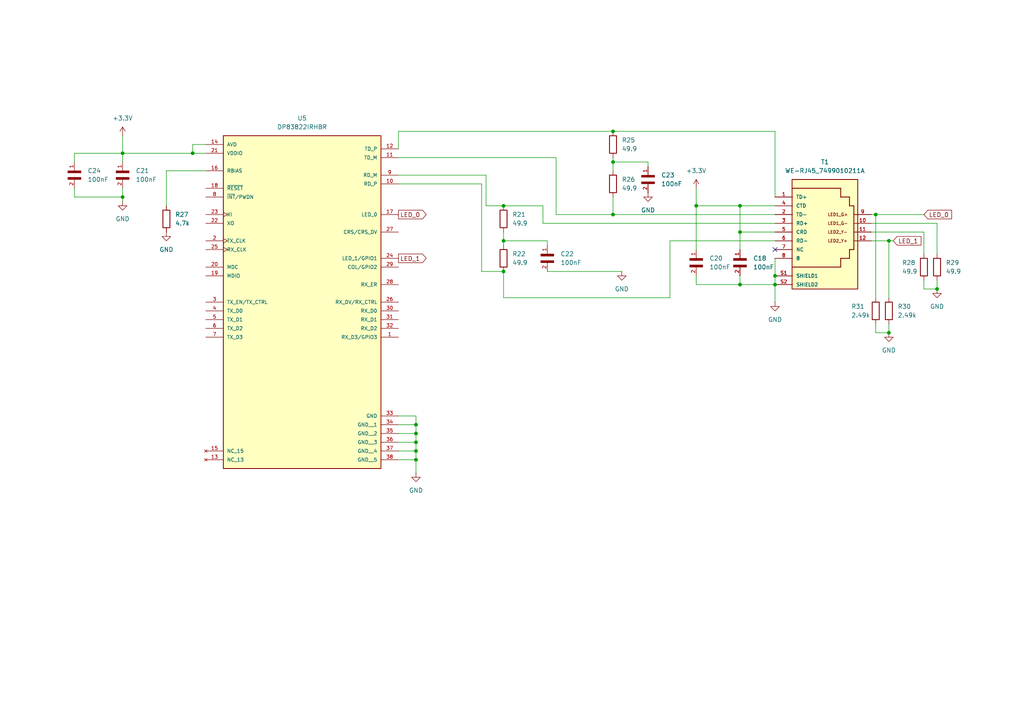
<source format=kicad_sch>
(kicad_sch
	(version 20250114)
	(generator "eeschema")
	(generator_version "9.0")
	(uuid "4dd7fb39-683f-4a88-a469-c1d054aea76f")
	(paper "A4")
	(lib_symbols
		(symbol "C0402C104J8RACTU_1"
			(pin_names
				(offset 0.254)
			)
			(exclude_from_sim no)
			(in_bom yes)
			(on_board yes)
			(property "Reference" "C"
				(at 3.81 3.81 0)
				(effects
					(font
						(size 1.27 1.27)
					)
				)
			)
			(property "Value" "100nF"
				(at 3.81 -3.81 0)
				(effects
					(font
						(size 1.27 1.27)
					)
				)
			)
			(property "Footprint" "C0402C104J8RACTU:CAPC10555_55N_KEM-L"
				(at 0.762 9.906 0)
				(effects
					(font
						(size 1.27 1.27)
						(italic yes)
					)
					(hide yes)
				)
			)
			(property "Datasheet" "C0402C104J8RACTU"
				(at 0 11.684 0)
				(effects
					(font
						(size 1.27 1.27)
						(italic yes)
					)
					(hide yes)
				)
			)
			(property "Description" ""
				(at 0 0 0)
				(effects
					(font
						(size 1.27 1.27)
					)
					(hide yes)
				)
			)
			(property "ki_keywords" "C0402C104J8RACTU"
				(at 0 0 0)
				(effects
					(font
						(size 1.27 1.27)
					)
					(hide yes)
				)
			)
			(property "ki_fp_filters" "CAPC10555_55N_KEM CAPC10555_55N_KEM-M CAPC10555_55N_KEM-L"
				(at 0 0 0)
				(effects
					(font
						(size 1.27 1.27)
					)
					(hide yes)
				)
			)
			(symbol "C0402C104J8RACTU_1_0_0"
				(rectangle
					(start 2.54 -1.9068)
					(end 3.175 1.905)
					(stroke
						(width 0.1)
						(type default)
					)
					(fill
						(type outline)
					)
				)
				(rectangle
					(start 4.4468 -1.9068)
					(end 5.08 1.905)
					(stroke
						(width 0.1)
						(type default)
					)
					(fill
						(type outline)
					)
				)
				(pin passive line
					(at 0 0 0)
					(length 2.54)
					(name "~"
						(effects
							(font
								(size 1.016 1.016)
							)
						)
					)
					(number "1"
						(effects
							(font
								(size 1.016 1.016)
							)
						)
					)
				)
				(pin passive line
					(at 7.62 0 180)
					(length 2.54)
					(name "~"
						(effects
							(font
								(size 1.016 1.016)
							)
						)
					)
					(number "2"
						(effects
							(font
								(size 1.016 1.016)
							)
						)
					)
				)
			)
			(symbol "C0402C104J8RACTU_1_1_2"
				(polyline
					(pts
						(xy -1.905 -3.4798) (xy 1.905 -3.4798)
					)
					(stroke
						(width 0.2032)
						(type default)
					)
					(fill
						(type none)
					)
				)
				(polyline
					(pts
						(xy -1.905 -4.1148) (xy 1.905 -4.1148)
					)
					(stroke
						(width 0.2032)
						(type default)
					)
					(fill
						(type none)
					)
				)
				(polyline
					(pts
						(xy 0 -2.54) (xy 0 -3.4798)
					)
					(stroke
						(width 0.2032)
						(type default)
					)
					(fill
						(type none)
					)
				)
				(polyline
					(pts
						(xy 0 -4.1148) (xy 0 -5.08)
					)
					(stroke
						(width 0.2032)
						(type default)
					)
					(fill
						(type none)
					)
				)
				(pin unspecified line
					(at 0 0 270)
					(length 2.54)
					(name ""
						(effects
							(font
								(size 1.27 1.27)
							)
						)
					)
					(number "1"
						(effects
							(font
								(size 1.27 1.27)
							)
						)
					)
				)
				(pin unspecified line
					(at 0 -7.62 90)
					(length 2.54)
					(name ""
						(effects
							(font
								(size 1.27 1.27)
							)
						)
					)
					(number "2"
						(effects
							(font
								(size 1.27 1.27)
							)
						)
					)
				)
			)
			(embedded_fonts no)
		)
		(symbol "C0402C104J8RACTU_11"
			(pin_names
				(offset 0.254)
			)
			(exclude_from_sim no)
			(in_bom yes)
			(on_board yes)
			(property "Reference" "C"
				(at 3.81 3.81 0)
				(effects
					(font
						(size 1.27 1.27)
					)
				)
			)
			(property "Value" "100nF"
				(at 3.81 -3.81 0)
				(effects
					(font
						(size 1.27 1.27)
					)
				)
			)
			(property "Footprint" "C0402C104J8RACTU:CAPC10555_55N_KEM-L"
				(at 0.762 9.906 0)
				(effects
					(font
						(size 1.27 1.27)
						(italic yes)
					)
					(hide yes)
				)
			)
			(property "Datasheet" "C0402C104J8RACTU"
				(at 0 11.684 0)
				(effects
					(font
						(size 1.27 1.27)
						(italic yes)
					)
					(hide yes)
				)
			)
			(property "Description" ""
				(at 0 0 0)
				(effects
					(font
						(size 1.27 1.27)
					)
					(hide yes)
				)
			)
			(property "ki_keywords" "C0402C104J8RACTU"
				(at 0 0 0)
				(effects
					(font
						(size 1.27 1.27)
					)
					(hide yes)
				)
			)
			(property "ki_fp_filters" "CAPC10555_55N_KEM CAPC10555_55N_KEM-M CAPC10555_55N_KEM-L"
				(at 0 0 0)
				(effects
					(font
						(size 1.27 1.27)
					)
					(hide yes)
				)
			)
			(symbol "C0402C104J8RACTU_11_0_0"
				(rectangle
					(start 2.54 -1.9068)
					(end 3.175 1.905)
					(stroke
						(width 0.1)
						(type default)
					)
					(fill
						(type outline)
					)
				)
				(rectangle
					(start 4.4468 -1.9068)
					(end 5.08 1.905)
					(stroke
						(width 0.1)
						(type default)
					)
					(fill
						(type outline)
					)
				)
				(pin passive line
					(at 0 0 0)
					(length 2.54)
					(name "~"
						(effects
							(font
								(size 1.016 1.016)
							)
						)
					)
					(number "1"
						(effects
							(font
								(size 1.016 1.016)
							)
						)
					)
				)
				(pin passive line
					(at 7.62 0 180)
					(length 2.54)
					(name "~"
						(effects
							(font
								(size 1.016 1.016)
							)
						)
					)
					(number "2"
						(effects
							(font
								(size 1.016 1.016)
							)
						)
					)
				)
			)
			(symbol "C0402C104J8RACTU_11_1_2"
				(polyline
					(pts
						(xy -1.905 -3.4798) (xy 1.905 -3.4798)
					)
					(stroke
						(width 0.2032)
						(type default)
					)
					(fill
						(type none)
					)
				)
				(polyline
					(pts
						(xy -1.905 -4.1148) (xy 1.905 -4.1148)
					)
					(stroke
						(width 0.2032)
						(type default)
					)
					(fill
						(type none)
					)
				)
				(polyline
					(pts
						(xy 0 -2.54) (xy 0 -3.4798)
					)
					(stroke
						(width 0.2032)
						(type default)
					)
					(fill
						(type none)
					)
				)
				(polyline
					(pts
						(xy 0 -4.1148) (xy 0 -5.08)
					)
					(stroke
						(width 0.2032)
						(type default)
					)
					(fill
						(type none)
					)
				)
				(pin unspecified line
					(at 0 0 270)
					(length 2.54)
					(name ""
						(effects
							(font
								(size 1.27 1.27)
							)
						)
					)
					(number "1"
						(effects
							(font
								(size 1.27 1.27)
							)
						)
					)
				)
				(pin unspecified line
					(at 0 -7.62 90)
					(length 2.54)
					(name ""
						(effects
							(font
								(size 1.27 1.27)
							)
						)
					)
					(number "2"
						(effects
							(font
								(size 1.27 1.27)
							)
						)
					)
				)
			)
			(embedded_fonts no)
		)
		(symbol "C0402C104J8RACTU_2"
			(pin_names
				(offset 0.254)
			)
			(exclude_from_sim no)
			(in_bom yes)
			(on_board yes)
			(property "Reference" "C"
				(at 3.81 3.81 0)
				(effects
					(font
						(size 1.27 1.27)
					)
				)
			)
			(property "Value" "100nF"
				(at 3.81 -3.81 0)
				(effects
					(font
						(size 1.27 1.27)
					)
				)
			)
			(property "Footprint" "C0402C104J8RACTU:CAPC10555_55N_KEM-L"
				(at 0.762 9.906 0)
				(effects
					(font
						(size 1.27 1.27)
						(italic yes)
					)
					(hide yes)
				)
			)
			(property "Datasheet" "C0402C104J8RACTU"
				(at 0 11.684 0)
				(effects
					(font
						(size 1.27 1.27)
						(italic yes)
					)
					(hide yes)
				)
			)
			(property "Description" ""
				(at 0 0 0)
				(effects
					(font
						(size 1.27 1.27)
					)
					(hide yes)
				)
			)
			(property "ki_keywords" "C0402C104J8RACTU"
				(at 0 0 0)
				(effects
					(font
						(size 1.27 1.27)
					)
					(hide yes)
				)
			)
			(property "ki_fp_filters" "CAPC10555_55N_KEM CAPC10555_55N_KEM-M CAPC10555_55N_KEM-L"
				(at 0 0 0)
				(effects
					(font
						(size 1.27 1.27)
					)
					(hide yes)
				)
			)
			(symbol "C0402C104J8RACTU_2_0_0"
				(rectangle
					(start 2.54 -1.9068)
					(end 3.175 1.905)
					(stroke
						(width 0.1)
						(type default)
					)
					(fill
						(type outline)
					)
				)
				(rectangle
					(start 4.4468 -1.9068)
					(end 5.08 1.905)
					(stroke
						(width 0.1)
						(type default)
					)
					(fill
						(type outline)
					)
				)
				(pin passive line
					(at 0 0 0)
					(length 2.54)
					(name "~"
						(effects
							(font
								(size 1.016 1.016)
							)
						)
					)
					(number "1"
						(effects
							(font
								(size 1.016 1.016)
							)
						)
					)
				)
				(pin passive line
					(at 7.62 0 180)
					(length 2.54)
					(name "~"
						(effects
							(font
								(size 1.016 1.016)
							)
						)
					)
					(number "2"
						(effects
							(font
								(size 1.016 1.016)
							)
						)
					)
				)
			)
			(symbol "C0402C104J8RACTU_2_1_2"
				(polyline
					(pts
						(xy -1.905 -3.4798) (xy 1.905 -3.4798)
					)
					(stroke
						(width 0.2032)
						(type default)
					)
					(fill
						(type none)
					)
				)
				(polyline
					(pts
						(xy -1.905 -4.1148) (xy 1.905 -4.1148)
					)
					(stroke
						(width 0.2032)
						(type default)
					)
					(fill
						(type none)
					)
				)
				(polyline
					(pts
						(xy 0 -2.54) (xy 0 -3.4798)
					)
					(stroke
						(width 0.2032)
						(type default)
					)
					(fill
						(type none)
					)
				)
				(polyline
					(pts
						(xy 0 -4.1148) (xy 0 -5.08)
					)
					(stroke
						(width 0.2032)
						(type default)
					)
					(fill
						(type none)
					)
				)
				(pin unspecified line
					(at 0 0 270)
					(length 2.54)
					(name ""
						(effects
							(font
								(size 1.27 1.27)
							)
						)
					)
					(number "1"
						(effects
							(font
								(size 1.27 1.27)
							)
						)
					)
				)
				(pin unspecified line
					(at 0 -7.62 90)
					(length 2.54)
					(name ""
						(effects
							(font
								(size 1.27 1.27)
							)
						)
					)
					(number "2"
						(effects
							(font
								(size 1.27 1.27)
							)
						)
					)
				)
			)
			(embedded_fonts no)
		)
		(symbol "C0402C104J8RACTU_3"
			(pin_names
				(offset 0.254)
			)
			(exclude_from_sim no)
			(in_bom yes)
			(on_board yes)
			(property "Reference" "C"
				(at 3.81 3.81 0)
				(effects
					(font
						(size 1.27 1.27)
					)
				)
			)
			(property "Value" "100nF"
				(at 3.81 -3.81 0)
				(effects
					(font
						(size 1.27 1.27)
					)
				)
			)
			(property "Footprint" "C0402C104J8RACTU:CAPC10555_55N_KEM-L"
				(at 0.762 9.906 0)
				(effects
					(font
						(size 1.27 1.27)
						(italic yes)
					)
					(hide yes)
				)
			)
			(property "Datasheet" "C0402C104J8RACTU"
				(at 0 11.684 0)
				(effects
					(font
						(size 1.27 1.27)
						(italic yes)
					)
					(hide yes)
				)
			)
			(property "Description" ""
				(at 0 0 0)
				(effects
					(font
						(size 1.27 1.27)
					)
					(hide yes)
				)
			)
			(property "ki_keywords" "C0402C104J8RACTU"
				(at 0 0 0)
				(effects
					(font
						(size 1.27 1.27)
					)
					(hide yes)
				)
			)
			(property "ki_fp_filters" "CAPC10555_55N_KEM CAPC10555_55N_KEM-M CAPC10555_55N_KEM-L"
				(at 0 0 0)
				(effects
					(font
						(size 1.27 1.27)
					)
					(hide yes)
				)
			)
			(symbol "C0402C104J8RACTU_3_0_0"
				(rectangle
					(start 2.54 -1.9068)
					(end 3.175 1.905)
					(stroke
						(width 0.1)
						(type default)
					)
					(fill
						(type outline)
					)
				)
				(rectangle
					(start 4.4468 -1.9068)
					(end 5.08 1.905)
					(stroke
						(width 0.1)
						(type default)
					)
					(fill
						(type outline)
					)
				)
				(pin passive line
					(at 0 0 0)
					(length 2.54)
					(name "~"
						(effects
							(font
								(size 1.016 1.016)
							)
						)
					)
					(number "1"
						(effects
							(font
								(size 1.016 1.016)
							)
						)
					)
				)
				(pin passive line
					(at 7.62 0 180)
					(length 2.54)
					(name "~"
						(effects
							(font
								(size 1.016 1.016)
							)
						)
					)
					(number "2"
						(effects
							(font
								(size 1.016 1.016)
							)
						)
					)
				)
			)
			(symbol "C0402C104J8RACTU_3_1_2"
				(polyline
					(pts
						(xy -1.905 -3.4798) (xy 1.905 -3.4798)
					)
					(stroke
						(width 0.2032)
						(type default)
					)
					(fill
						(type none)
					)
				)
				(polyline
					(pts
						(xy -1.905 -4.1148) (xy 1.905 -4.1148)
					)
					(stroke
						(width 0.2032)
						(type default)
					)
					(fill
						(type none)
					)
				)
				(polyline
					(pts
						(xy 0 -2.54) (xy 0 -3.4798)
					)
					(stroke
						(width 0.2032)
						(type default)
					)
					(fill
						(type none)
					)
				)
				(polyline
					(pts
						(xy 0 -4.1148) (xy 0 -5.08)
					)
					(stroke
						(width 0.2032)
						(type default)
					)
					(fill
						(type none)
					)
				)
				(pin unspecified line
					(at 0 0 270)
					(length 2.54)
					(name ""
						(effects
							(font
								(size 1.27 1.27)
							)
						)
					)
					(number "1"
						(effects
							(font
								(size 1.27 1.27)
							)
						)
					)
				)
				(pin unspecified line
					(at 0 -7.62 90)
					(length 2.54)
					(name ""
						(effects
							(font
								(size 1.27 1.27)
							)
						)
					)
					(number "2"
						(effects
							(font
								(size 1.27 1.27)
							)
						)
					)
				)
			)
			(embedded_fonts no)
		)
		(symbol "C0402C104J8RACTU_4"
			(pin_names
				(offset 0.254)
			)
			(exclude_from_sim no)
			(in_bom yes)
			(on_board yes)
			(property "Reference" "C"
				(at 3.81 3.81 0)
				(effects
					(font
						(size 1.27 1.27)
					)
				)
			)
			(property "Value" "100nF"
				(at 3.81 -3.81 0)
				(effects
					(font
						(size 1.27 1.27)
					)
				)
			)
			(property "Footprint" "C0402C104J8RACTU:CAPC10555_55N_KEM-L"
				(at 0.762 9.906 0)
				(effects
					(font
						(size 1.27 1.27)
						(italic yes)
					)
					(hide yes)
				)
			)
			(property "Datasheet" "C0402C104J8RACTU"
				(at 0 11.684 0)
				(effects
					(font
						(size 1.27 1.27)
						(italic yes)
					)
					(hide yes)
				)
			)
			(property "Description" ""
				(at 0 0 0)
				(effects
					(font
						(size 1.27 1.27)
					)
					(hide yes)
				)
			)
			(property "ki_keywords" "C0402C104J8RACTU"
				(at 0 0 0)
				(effects
					(font
						(size 1.27 1.27)
					)
					(hide yes)
				)
			)
			(property "ki_fp_filters" "CAPC10555_55N_KEM CAPC10555_55N_KEM-M CAPC10555_55N_KEM-L"
				(at 0 0 0)
				(effects
					(font
						(size 1.27 1.27)
					)
					(hide yes)
				)
			)
			(symbol "C0402C104J8RACTU_4_0_0"
				(rectangle
					(start 2.54 -1.9068)
					(end 3.175 1.905)
					(stroke
						(width 0.1)
						(type default)
					)
					(fill
						(type outline)
					)
				)
				(rectangle
					(start 4.4468 -1.9068)
					(end 5.08 1.905)
					(stroke
						(width 0.1)
						(type default)
					)
					(fill
						(type outline)
					)
				)
				(pin passive line
					(at 0 0 0)
					(length 2.54)
					(name "~"
						(effects
							(font
								(size 1.016 1.016)
							)
						)
					)
					(number "1"
						(effects
							(font
								(size 1.016 1.016)
							)
						)
					)
				)
				(pin passive line
					(at 7.62 0 180)
					(length 2.54)
					(name "~"
						(effects
							(font
								(size 1.016 1.016)
							)
						)
					)
					(number "2"
						(effects
							(font
								(size 1.016 1.016)
							)
						)
					)
				)
			)
			(symbol "C0402C104J8RACTU_4_1_2"
				(polyline
					(pts
						(xy -1.905 -3.4798) (xy 1.905 -3.4798)
					)
					(stroke
						(width 0.2032)
						(type default)
					)
					(fill
						(type none)
					)
				)
				(polyline
					(pts
						(xy -1.905 -4.1148) (xy 1.905 -4.1148)
					)
					(stroke
						(width 0.2032)
						(type default)
					)
					(fill
						(type none)
					)
				)
				(polyline
					(pts
						(xy 0 -2.54) (xy 0 -3.4798)
					)
					(stroke
						(width 0.2032)
						(type default)
					)
					(fill
						(type none)
					)
				)
				(polyline
					(pts
						(xy 0 -4.1148) (xy 0 -5.08)
					)
					(stroke
						(width 0.2032)
						(type default)
					)
					(fill
						(type none)
					)
				)
				(pin unspecified line
					(at 0 0 270)
					(length 2.54)
					(name ""
						(effects
							(font
								(size 1.27 1.27)
							)
						)
					)
					(number "1"
						(effects
							(font
								(size 1.27 1.27)
							)
						)
					)
				)
				(pin unspecified line
					(at 0 -7.62 90)
					(length 2.54)
					(name ""
						(effects
							(font
								(size 1.27 1.27)
							)
						)
					)
					(number "2"
						(effects
							(font
								(size 1.27 1.27)
							)
						)
					)
				)
			)
			(embedded_fonts no)
		)
		(symbol "C0402C104J8RACTU_5"
			(pin_names
				(offset 0.254)
			)
			(exclude_from_sim no)
			(in_bom yes)
			(on_board yes)
			(property "Reference" "C"
				(at 3.81 3.81 0)
				(effects
					(font
						(size 1.27 1.27)
					)
				)
			)
			(property "Value" "100nF"
				(at 3.81 -3.81 0)
				(effects
					(font
						(size 1.27 1.27)
					)
				)
			)
			(property "Footprint" "C0402C104J8RACTU:CAPC10555_55N_KEM-L"
				(at 0.762 9.906 0)
				(effects
					(font
						(size 1.27 1.27)
						(italic yes)
					)
					(hide yes)
				)
			)
			(property "Datasheet" "C0402C104J8RACTU"
				(at 0 11.684 0)
				(effects
					(font
						(size 1.27 1.27)
						(italic yes)
					)
					(hide yes)
				)
			)
			(property "Description" ""
				(at 0 0 0)
				(effects
					(font
						(size 1.27 1.27)
					)
					(hide yes)
				)
			)
			(property "ki_keywords" "C0402C104J8RACTU"
				(at 0 0 0)
				(effects
					(font
						(size 1.27 1.27)
					)
					(hide yes)
				)
			)
			(property "ki_fp_filters" "CAPC10555_55N_KEM CAPC10555_55N_KEM-M CAPC10555_55N_KEM-L"
				(at 0 0 0)
				(effects
					(font
						(size 1.27 1.27)
					)
					(hide yes)
				)
			)
			(symbol "C0402C104J8RACTU_5_0_0"
				(rectangle
					(start 2.54 -1.9068)
					(end 3.175 1.905)
					(stroke
						(width 0.1)
						(type default)
					)
					(fill
						(type outline)
					)
				)
				(rectangle
					(start 4.4468 -1.9068)
					(end 5.08 1.905)
					(stroke
						(width 0.1)
						(type default)
					)
					(fill
						(type outline)
					)
				)
				(pin passive line
					(at 0 0 0)
					(length 2.54)
					(name "~"
						(effects
							(font
								(size 1.016 1.016)
							)
						)
					)
					(number "1"
						(effects
							(font
								(size 1.016 1.016)
							)
						)
					)
				)
				(pin passive line
					(at 7.62 0 180)
					(length 2.54)
					(name "~"
						(effects
							(font
								(size 1.016 1.016)
							)
						)
					)
					(number "2"
						(effects
							(font
								(size 1.016 1.016)
							)
						)
					)
				)
			)
			(symbol "C0402C104J8RACTU_5_1_2"
				(polyline
					(pts
						(xy -1.905 -3.4798) (xy 1.905 -3.4798)
					)
					(stroke
						(width 0.2032)
						(type default)
					)
					(fill
						(type none)
					)
				)
				(polyline
					(pts
						(xy -1.905 -4.1148) (xy 1.905 -4.1148)
					)
					(stroke
						(width 0.2032)
						(type default)
					)
					(fill
						(type none)
					)
				)
				(polyline
					(pts
						(xy 0 -2.54) (xy 0 -3.4798)
					)
					(stroke
						(width 0.2032)
						(type default)
					)
					(fill
						(type none)
					)
				)
				(polyline
					(pts
						(xy 0 -4.1148) (xy 0 -5.08)
					)
					(stroke
						(width 0.2032)
						(type default)
					)
					(fill
						(type none)
					)
				)
				(pin unspecified line
					(at 0 0 270)
					(length 2.54)
					(name ""
						(effects
							(font
								(size 1.27 1.27)
							)
						)
					)
					(number "1"
						(effects
							(font
								(size 1.27 1.27)
							)
						)
					)
				)
				(pin unspecified line
					(at 0 -7.62 90)
					(length 2.54)
					(name ""
						(effects
							(font
								(size 1.27 1.27)
							)
						)
					)
					(number "2"
						(effects
							(font
								(size 1.27 1.27)
							)
						)
					)
				)
			)
			(embedded_fonts no)
		)
		(symbol "DP83822IRHBR:DP83822IRHBR"
			(pin_names
				(offset 1.016)
			)
			(exclude_from_sim no)
			(in_bom yes)
			(on_board yes)
			(property "Reference" "U"
				(at -22.86 41.91 0)
				(effects
					(font
						(size 1.27 1.27)
					)
					(justify left bottom)
				)
			)
			(property "Value" "DP83822IRHBR"
				(at -22.86 -57.15 0)
				(effects
					(font
						(size 1.27 1.27)
					)
					(justify left top)
				)
			)
			(property "Footprint" "DP83822IRHBR:IC_DP83822IRHBR"
				(at 0 0 0)
				(effects
					(font
						(size 1.27 1.27)
					)
					(justify bottom)
					(hide yes)
				)
			)
			(property "Datasheet" ""
				(at 0 0 0)
				(effects
					(font
						(size 1.27 1.27)
					)
					(hide yes)
				)
			)
			(property "Description" ""
				(at 0 0 0)
				(effects
					(font
						(size 1.27 1.27)
					)
					(hide yes)
				)
			)
			(property "PARTREV" "4223216/A 08/2016"
				(at 0 0 0)
				(effects
					(font
						(size 1.27 1.27)
					)
					(justify bottom)
					(hide yes)
				)
			)
			(property "STANDARD" "IPC-7351B"
				(at 0 0 0)
				(effects
					(font
						(size 1.27 1.27)
					)
					(justify bottom)
					(hide yes)
				)
			)
			(property "MAXIMUM_PACKAGE_HEIGHT" "1.00mm"
				(at 0 0 0)
				(effects
					(font
						(size 1.27 1.27)
					)
					(justify bottom)
					(hide yes)
				)
			)
			(property "MANUFACTURER" "Texas Instruments"
				(at 0 0 0)
				(effects
					(font
						(size 1.27 1.27)
					)
					(justify bottom)
					(hide yes)
				)
			)
			(symbol "DP83822IRHBR_0_0"
				(rectangle
					(start -22.86 -55.88)
					(end 22.86 40.64)
					(stroke
						(width 0.254)
						(type default)
					)
					(fill
						(type background)
					)
				)
				(pin power_in line
					(at -27.94 38.1 0)
					(length 5.08)
					(name "AVD"
						(effects
							(font
								(size 1.016 1.016)
							)
						)
					)
					(number "14"
						(effects
							(font
								(size 1.016 1.016)
							)
						)
					)
				)
				(pin power_in line
					(at -27.94 35.56 0)
					(length 5.08)
					(name "VDDIO"
						(effects
							(font
								(size 1.016 1.016)
							)
						)
					)
					(number "21"
						(effects
							(font
								(size 1.016 1.016)
							)
						)
					)
				)
				(pin input line
					(at -27.94 30.48 0)
					(length 5.08)
					(name "RBIAS"
						(effects
							(font
								(size 1.016 1.016)
							)
						)
					)
					(number "16"
						(effects
							(font
								(size 1.016 1.016)
							)
						)
					)
				)
				(pin input line
					(at -27.94 25.4 0)
					(length 5.08)
					(name "~{RESET}"
						(effects
							(font
								(size 1.016 1.016)
							)
						)
					)
					(number "18"
						(effects
							(font
								(size 1.016 1.016)
							)
						)
					)
				)
				(pin bidirectional line
					(at -27.94 22.86 0)
					(length 5.08)
					(name "~{INT}/PWDN"
						(effects
							(font
								(size 1.016 1.016)
							)
						)
					)
					(number "8"
						(effects
							(font
								(size 1.016 1.016)
							)
						)
					)
				)
				(pin input clock
					(at -27.94 17.78 0)
					(length 5.08)
					(name "XI"
						(effects
							(font
								(size 1.016 1.016)
							)
						)
					)
					(number "23"
						(effects
							(font
								(size 1.016 1.016)
							)
						)
					)
				)
				(pin output line
					(at -27.94 15.24 0)
					(length 5.08)
					(name "XO"
						(effects
							(font
								(size 1.016 1.016)
							)
						)
					)
					(number "22"
						(effects
							(font
								(size 1.016 1.016)
							)
						)
					)
				)
				(pin input clock
					(at -27.94 10.16 0)
					(length 5.08)
					(name "TX_CLK"
						(effects
							(font
								(size 1.016 1.016)
							)
						)
					)
					(number "2"
						(effects
							(font
								(size 1.016 1.016)
							)
						)
					)
				)
				(pin output clock
					(at -27.94 7.62 0)
					(length 5.08)
					(name "RX_CLK"
						(effects
							(font
								(size 1.016 1.016)
							)
						)
					)
					(number "25"
						(effects
							(font
								(size 1.016 1.016)
							)
						)
					)
				)
				(pin input line
					(at -27.94 2.54 0)
					(length 5.08)
					(name "MDC"
						(effects
							(font
								(size 1.016 1.016)
							)
						)
					)
					(number "20"
						(effects
							(font
								(size 1.016 1.016)
							)
						)
					)
				)
				(pin bidirectional line
					(at -27.94 0 0)
					(length 5.08)
					(name "MDIO"
						(effects
							(font
								(size 1.016 1.016)
							)
						)
					)
					(number "19"
						(effects
							(font
								(size 1.016 1.016)
							)
						)
					)
				)
				(pin input line
					(at -27.94 -7.62 0)
					(length 5.08)
					(name "TX_EN/TX_CTRL"
						(effects
							(font
								(size 1.016 1.016)
							)
						)
					)
					(number "3"
						(effects
							(font
								(size 1.016 1.016)
							)
						)
					)
				)
				(pin input line
					(at -27.94 -10.16 0)
					(length 5.08)
					(name "TX_D0"
						(effects
							(font
								(size 1.016 1.016)
							)
						)
					)
					(number "4"
						(effects
							(font
								(size 1.016 1.016)
							)
						)
					)
				)
				(pin input line
					(at -27.94 -12.7 0)
					(length 5.08)
					(name "TX_D1"
						(effects
							(font
								(size 1.016 1.016)
							)
						)
					)
					(number "5"
						(effects
							(font
								(size 1.016 1.016)
							)
						)
					)
				)
				(pin input line
					(at -27.94 -15.24 0)
					(length 5.08)
					(name "TX_D2"
						(effects
							(font
								(size 1.016 1.016)
							)
						)
					)
					(number "6"
						(effects
							(font
								(size 1.016 1.016)
							)
						)
					)
				)
				(pin input line
					(at -27.94 -17.78 0)
					(length 5.08)
					(name "TX_D3"
						(effects
							(font
								(size 1.016 1.016)
							)
						)
					)
					(number "7"
						(effects
							(font
								(size 1.016 1.016)
							)
						)
					)
				)
				(pin no_connect line
					(at -27.94 -50.8 0)
					(length 5.08)
					(name "NC_15"
						(effects
							(font
								(size 1.016 1.016)
							)
						)
					)
					(number "15"
						(effects
							(font
								(size 1.016 1.016)
							)
						)
					)
				)
				(pin no_connect line
					(at -27.94 -53.34 0)
					(length 5.08)
					(name "NC_13"
						(effects
							(font
								(size 1.016 1.016)
							)
						)
					)
					(number "13"
						(effects
							(font
								(size 1.016 1.016)
							)
						)
					)
				)
				(pin bidirectional line
					(at 27.94 36.83 180)
					(length 5.08)
					(name "TD_P"
						(effects
							(font
								(size 1.016 1.016)
							)
						)
					)
					(number "12"
						(effects
							(font
								(size 1.016 1.016)
							)
						)
					)
				)
				(pin bidirectional line
					(at 27.94 34.29 180)
					(length 5.08)
					(name "TD_M"
						(effects
							(font
								(size 1.016 1.016)
							)
						)
					)
					(number "11"
						(effects
							(font
								(size 1.016 1.016)
							)
						)
					)
				)
				(pin bidirectional line
					(at 27.94 29.21 180)
					(length 5.08)
					(name "RD_M"
						(effects
							(font
								(size 1.016 1.016)
							)
						)
					)
					(number "9"
						(effects
							(font
								(size 1.016 1.016)
							)
						)
					)
				)
				(pin bidirectional line
					(at 27.94 26.67 180)
					(length 5.08)
					(name "RD_P"
						(effects
							(font
								(size 1.016 1.016)
							)
						)
					)
					(number "10"
						(effects
							(font
								(size 1.016 1.016)
							)
						)
					)
				)
				(pin output line
					(at 27.94 17.78 180)
					(length 5.08)
					(name "LED_0"
						(effects
							(font
								(size 1.016 1.016)
							)
						)
					)
					(number "17"
						(effects
							(font
								(size 1.016 1.016)
							)
						)
					)
				)
				(pin output line
					(at 27.94 12.7 180)
					(length 5.08)
					(name "CRS/CRS_DV"
						(effects
							(font
								(size 1.016 1.016)
							)
						)
					)
					(number "27"
						(effects
							(font
								(size 1.016 1.016)
							)
						)
					)
				)
				(pin bidirectional line
					(at 27.94 5.08 180)
					(length 5.08)
					(name "LED_1/GPIO1"
						(effects
							(font
								(size 1.016 1.016)
							)
						)
					)
					(number "24"
						(effects
							(font
								(size 1.016 1.016)
							)
						)
					)
				)
				(pin bidirectional line
					(at 27.94 2.54 180)
					(length 5.08)
					(name "COL/GPIO2"
						(effects
							(font
								(size 1.016 1.016)
							)
						)
					)
					(number "29"
						(effects
							(font
								(size 1.016 1.016)
							)
						)
					)
				)
				(pin output line
					(at 27.94 -2.54 180)
					(length 5.08)
					(name "RX_ER"
						(effects
							(font
								(size 1.016 1.016)
							)
						)
					)
					(number "28"
						(effects
							(font
								(size 1.016 1.016)
							)
						)
					)
				)
				(pin output line
					(at 27.94 -7.62 180)
					(length 5.08)
					(name "RX_DV/RX_CTRL"
						(effects
							(font
								(size 1.016 1.016)
							)
						)
					)
					(number "26"
						(effects
							(font
								(size 1.016 1.016)
							)
						)
					)
				)
				(pin output line
					(at 27.94 -10.16 180)
					(length 5.08)
					(name "RX_D0"
						(effects
							(font
								(size 1.016 1.016)
							)
						)
					)
					(number "30"
						(effects
							(font
								(size 1.016 1.016)
							)
						)
					)
				)
				(pin output line
					(at 27.94 -12.7 180)
					(length 5.08)
					(name "RX_D1"
						(effects
							(font
								(size 1.016 1.016)
							)
						)
					)
					(number "31"
						(effects
							(font
								(size 1.016 1.016)
							)
						)
					)
				)
				(pin output line
					(at 27.94 -15.24 180)
					(length 5.08)
					(name "RX_D2"
						(effects
							(font
								(size 1.016 1.016)
							)
						)
					)
					(number "32"
						(effects
							(font
								(size 1.016 1.016)
							)
						)
					)
				)
				(pin output line
					(at 27.94 -17.78 180)
					(length 5.08)
					(name "RX_D3/GPIO3"
						(effects
							(font
								(size 1.016 1.016)
							)
						)
					)
					(number "1"
						(effects
							(font
								(size 1.016 1.016)
							)
						)
					)
				)
				(pin power_in line
					(at 27.94 -40.64 180)
					(length 5.08)
					(name "GND"
						(effects
							(font
								(size 1.016 1.016)
							)
						)
					)
					(number "33"
						(effects
							(font
								(size 1.016 1.016)
							)
						)
					)
				)
				(pin power_in line
					(at 27.94 -43.18 180)
					(length 5.08)
					(name "GND__1"
						(effects
							(font
								(size 1.016 1.016)
							)
						)
					)
					(number "34"
						(effects
							(font
								(size 1.016 1.016)
							)
						)
					)
				)
				(pin power_in line
					(at 27.94 -45.72 180)
					(length 5.08)
					(name "GND__2"
						(effects
							(font
								(size 1.016 1.016)
							)
						)
					)
					(number "35"
						(effects
							(font
								(size 1.016 1.016)
							)
						)
					)
				)
				(pin power_in line
					(at 27.94 -48.26 180)
					(length 5.08)
					(name "GND__3"
						(effects
							(font
								(size 1.016 1.016)
							)
						)
					)
					(number "36"
						(effects
							(font
								(size 1.016 1.016)
							)
						)
					)
				)
				(pin power_in line
					(at 27.94 -50.8 180)
					(length 5.08)
					(name "GND__4"
						(effects
							(font
								(size 1.016 1.016)
							)
						)
					)
					(number "37"
						(effects
							(font
								(size 1.016 1.016)
							)
						)
					)
				)
				(pin power_in line
					(at 27.94 -53.34 180)
					(length 5.08)
					(name "GND__5"
						(effects
							(font
								(size 1.016 1.016)
							)
						)
					)
					(number "38"
						(effects
							(font
								(size 1.016 1.016)
							)
						)
					)
				)
			)
			(embedded_fonts no)
		)
		(symbol "Device:R"
			(pin_numbers
				(hide yes)
			)
			(pin_names
				(offset 0)
			)
			(exclude_from_sim no)
			(in_bom yes)
			(on_board yes)
			(property "Reference" "R"
				(at 2.032 0 90)
				(effects
					(font
						(size 1.27 1.27)
					)
				)
			)
			(property "Value" "R"
				(at 0 0 90)
				(effects
					(font
						(size 1.27 1.27)
					)
				)
			)
			(property "Footprint" ""
				(at -1.778 0 90)
				(effects
					(font
						(size 1.27 1.27)
					)
					(hide yes)
				)
			)
			(property "Datasheet" "~"
				(at 0 0 0)
				(effects
					(font
						(size 1.27 1.27)
					)
					(hide yes)
				)
			)
			(property "Description" "Resistor"
				(at 0 0 0)
				(effects
					(font
						(size 1.27 1.27)
					)
					(hide yes)
				)
			)
			(property "ki_keywords" "R res resistor"
				(at 0 0 0)
				(effects
					(font
						(size 1.27 1.27)
					)
					(hide yes)
				)
			)
			(property "ki_fp_filters" "R_*"
				(at 0 0 0)
				(effects
					(font
						(size 1.27 1.27)
					)
					(hide yes)
				)
			)
			(symbol "R_0_1"
				(rectangle
					(start -1.016 -2.54)
					(end 1.016 2.54)
					(stroke
						(width 0.254)
						(type default)
					)
					(fill
						(type none)
					)
				)
			)
			(symbol "R_1_1"
				(pin passive line
					(at 0 3.81 270)
					(length 1.27)
					(name "~"
						(effects
							(font
								(size 1.27 1.27)
							)
						)
					)
					(number "1"
						(effects
							(font
								(size 1.27 1.27)
							)
						)
					)
				)
				(pin passive line
					(at 0 -3.81 90)
					(length 1.27)
					(name "~"
						(effects
							(font
								(size 1.27 1.27)
							)
						)
					)
					(number "2"
						(effects
							(font
								(size 1.27 1.27)
							)
						)
					)
				)
			)
			(embedded_fonts no)
		)
		(symbol "WE-RJ45_7499010211A:WE-RJ45_7499010211A"
			(pin_names
				(offset 1.016)
			)
			(exclude_from_sim no)
			(in_bom yes)
			(on_board yes)
			(property "Reference" "T"
				(at 0 15.24 0)
				(effects
					(font
						(size 1.27 1.27)
					)
					(justify bottom)
				)
			)
			(property "Value" "WE-RJ45_7499010211A"
				(at 0 -20.32 0)
				(effects
					(font
						(size 1.27 1.27)
					)
					(justify bottom)
				)
			)
			(property "Footprint" "7499010211A:7499010211A"
				(at 0 0 0)
				(effects
					(font
						(size 1.27 1.27)
					)
					(justify bottom)
					(hide yes)
				)
			)
			(property "Datasheet" ""
				(at 0 0 0)
				(effects
					(font
						(size 1.27 1.27)
					)
					(hide yes)
				)
			)
			(property "Description" ""
				(at 0 0 0)
				(effects
					(font
						(size 1.27 1.27)
					)
					(hide yes)
				)
			)
			(symbol "WE-RJ45_7499010211A_0_0"
				(rectangle
					(start -7.7542 15.2579)
					(end 11.2958 -16.5099)
					(stroke
						(width 0.254)
						(type default)
					)
					(fill
						(type background)
					)
				)
				(polyline
					(pts
						(xy -7.62 12.7) (xy 6.35 12.7)
					)
					(stroke
						(width 0.254)
						(type default)
					)
					(fill
						(type none)
					)
				)
				(polyline
					(pts
						(xy 6.35 12.7) (xy 6.35 10.16)
					)
					(stroke
						(width 0.254)
						(type default)
					)
					(fill
						(type none)
					)
				)
				(polyline
					(pts
						(xy 6.35 10.16) (xy 8.89 10.16)
					)
					(stroke
						(width 0.254)
						(type default)
					)
					(fill
						(type none)
					)
				)
				(polyline
					(pts
						(xy 6.35 -7.62) (xy 8.89 -7.62)
					)
					(stroke
						(width 0.254)
						(type default)
					)
					(fill
						(type none)
					)
				)
				(polyline
					(pts
						(xy 6.35 -10.16) (xy -7.62 -10.16)
					)
					(stroke
						(width 0.254)
						(type default)
					)
					(fill
						(type none)
					)
				)
				(polyline
					(pts
						(xy 6.35 -10.16) (xy 6.35 -7.62)
					)
					(stroke
						(width 0.254)
						(type default)
					)
					(fill
						(type none)
					)
				)
				(polyline
					(pts
						(xy 8.89 10.16) (xy 8.89 7.62)
					)
					(stroke
						(width 0.254)
						(type default)
					)
					(fill
						(type none)
					)
				)
				(polyline
					(pts
						(xy 8.89 7.62) (xy 10.16 7.62)
					)
					(stroke
						(width 0.254)
						(type default)
					)
					(fill
						(type none)
					)
				)
				(polyline
					(pts
						(xy 8.89 -5.08) (xy 10.16 -5.08)
					)
					(stroke
						(width 0.254)
						(type default)
					)
					(fill
						(type none)
					)
				)
				(polyline
					(pts
						(xy 8.89 -7.62) (xy 8.89 -5.08)
					)
					(stroke
						(width 0.254)
						(type default)
					)
					(fill
						(type none)
					)
				)
				(polyline
					(pts
						(xy 10.16 7.62) (xy 10.16 -5.08)
					)
					(stroke
						(width 0.254)
						(type default)
					)
					(fill
						(type none)
					)
				)
				(text "LED1_G+"
					(at 2.54 5.08 0)
					(effects
						(font
							(size 0.8636 0.8636)
						)
						(justify left)
					)
				)
				(text "LED1_G-"
					(at 2.54 2.54 0)
					(effects
						(font
							(size 0.8636 0.8636)
						)
						(justify left)
					)
				)
				(text "LED2_Y-"
					(at 2.54 0 0)
					(effects
						(font
							(size 0.8636 0.8636)
						)
						(justify left)
					)
				)
				(text "LED2_Y+"
					(at 2.54 -2.54 0)
					(effects
						(font
							(size 0.8636 0.8636)
						)
						(justify left)
					)
				)
				(pin passive line
					(at -12.7 10.16 0)
					(length 5.08)
					(name "TD+"
						(effects
							(font
								(size 1.016 1.016)
							)
						)
					)
					(number "1"
						(effects
							(font
								(size 1.016 1.016)
							)
						)
					)
				)
				(pin passive line
					(at -12.7 7.62 0)
					(length 5.08)
					(name "CTD"
						(effects
							(font
								(size 1.016 1.016)
							)
						)
					)
					(number "4"
						(effects
							(font
								(size 1.016 1.016)
							)
						)
					)
				)
				(pin passive line
					(at -12.7 5.08 0)
					(length 5.08)
					(name "TD-"
						(effects
							(font
								(size 1.016 1.016)
							)
						)
					)
					(number "2"
						(effects
							(font
								(size 1.016 1.016)
							)
						)
					)
				)
				(pin passive line
					(at -12.7 2.54 0)
					(length 5.08)
					(name "RD+"
						(effects
							(font
								(size 1.016 1.016)
							)
						)
					)
					(number "3"
						(effects
							(font
								(size 1.016 1.016)
							)
						)
					)
				)
				(pin passive line
					(at -12.7 0 0)
					(length 5.08)
					(name "CRD"
						(effects
							(font
								(size 1.016 1.016)
							)
						)
					)
					(number "5"
						(effects
							(font
								(size 1.016 1.016)
							)
						)
					)
				)
				(pin passive line
					(at -12.7 -2.54 0)
					(length 5.08)
					(name "RD-"
						(effects
							(font
								(size 1.016 1.016)
							)
						)
					)
					(number "6"
						(effects
							(font
								(size 1.016 1.016)
							)
						)
					)
				)
				(pin passive line
					(at -12.7 -5.08 0)
					(length 5.08)
					(name "NC"
						(effects
							(font
								(size 1.016 1.016)
							)
						)
					)
					(number "7"
						(effects
							(font
								(size 1.016 1.016)
							)
						)
					)
				)
				(pin passive line
					(at -12.7 -7.62 0)
					(length 5.08)
					(name "8"
						(effects
							(font
								(size 1.016 1.016)
							)
						)
					)
					(number "8"
						(effects
							(font
								(size 1.016 1.016)
							)
						)
					)
				)
				(pin passive line
					(at -12.7 -12.7 0)
					(length 5.08)
					(name "SHIELD1"
						(effects
							(font
								(size 1.016 1.016)
							)
						)
					)
					(number "S1"
						(effects
							(font
								(size 1.016 1.016)
							)
						)
					)
				)
				(pin passive line
					(at -12.7 -15.24 0)
					(length 5.08)
					(name "SHIELD2"
						(effects
							(font
								(size 1.016 1.016)
							)
						)
					)
					(number "S2"
						(effects
							(font
								(size 1.016 1.016)
							)
						)
					)
				)
				(pin passive line
					(at 15.24 5.08 180)
					(length 5.08)
					(name "~"
						(effects
							(font
								(size 1.016 1.016)
							)
						)
					)
					(number "9"
						(effects
							(font
								(size 1.016 1.016)
							)
						)
					)
				)
				(pin passive line
					(at 15.24 2.54 180)
					(length 5.08)
					(name "~"
						(effects
							(font
								(size 1.016 1.016)
							)
						)
					)
					(number "10"
						(effects
							(font
								(size 1.016 1.016)
							)
						)
					)
				)
				(pin passive line
					(at 15.24 0 180)
					(length 5.08)
					(name "~"
						(effects
							(font
								(size 1.016 1.016)
							)
						)
					)
					(number "11"
						(effects
							(font
								(size 1.016 1.016)
							)
						)
					)
				)
				(pin passive line
					(at 15.24 -2.54 180)
					(length 5.08)
					(name "~"
						(effects
							(font
								(size 1.016 1.016)
							)
						)
					)
					(number "12"
						(effects
							(font
								(size 1.016 1.016)
							)
						)
					)
				)
			)
			(embedded_fonts no)
		)
		(symbol "power:+3.3V"
			(power)
			(pin_numbers
				(hide yes)
			)
			(pin_names
				(offset 0)
				(hide yes)
			)
			(exclude_from_sim no)
			(in_bom yes)
			(on_board yes)
			(property "Reference" "#PWR"
				(at 0 -3.81 0)
				(effects
					(font
						(size 1.27 1.27)
					)
					(hide yes)
				)
			)
			(property "Value" "+3.3V"
				(at 0 3.556 0)
				(effects
					(font
						(size 1.27 1.27)
					)
				)
			)
			(property "Footprint" ""
				(at 0 0 0)
				(effects
					(font
						(size 1.27 1.27)
					)
					(hide yes)
				)
			)
			(property "Datasheet" ""
				(at 0 0 0)
				(effects
					(font
						(size 1.27 1.27)
					)
					(hide yes)
				)
			)
			(property "Description" "Power symbol creates a global label with name \"+3.3V\""
				(at 0 0 0)
				(effects
					(font
						(size 1.27 1.27)
					)
					(hide yes)
				)
			)
			(property "ki_keywords" "global power"
				(at 0 0 0)
				(effects
					(font
						(size 1.27 1.27)
					)
					(hide yes)
				)
			)
			(symbol "+3.3V_0_1"
				(polyline
					(pts
						(xy -0.762 1.27) (xy 0 2.54)
					)
					(stroke
						(width 0)
						(type default)
					)
					(fill
						(type none)
					)
				)
				(polyline
					(pts
						(xy 0 2.54) (xy 0.762 1.27)
					)
					(stroke
						(width 0)
						(type default)
					)
					(fill
						(type none)
					)
				)
				(polyline
					(pts
						(xy 0 0) (xy 0 2.54)
					)
					(stroke
						(width 0)
						(type default)
					)
					(fill
						(type none)
					)
				)
			)
			(symbol "+3.3V_1_1"
				(pin power_in line
					(at 0 0 90)
					(length 0)
					(name "~"
						(effects
							(font
								(size 1.27 1.27)
							)
						)
					)
					(number "1"
						(effects
							(font
								(size 1.27 1.27)
							)
						)
					)
				)
			)
			(embedded_fonts no)
		)
		(symbol "power:GND"
			(power)
			(pin_numbers
				(hide yes)
			)
			(pin_names
				(offset 0)
				(hide yes)
			)
			(exclude_from_sim no)
			(in_bom yes)
			(on_board yes)
			(property "Reference" "#PWR"
				(at 0 -6.35 0)
				(effects
					(font
						(size 1.27 1.27)
					)
					(hide yes)
				)
			)
			(property "Value" "GND"
				(at 0 -3.81 0)
				(effects
					(font
						(size 1.27 1.27)
					)
				)
			)
			(property "Footprint" ""
				(at 0 0 0)
				(effects
					(font
						(size 1.27 1.27)
					)
					(hide yes)
				)
			)
			(property "Datasheet" ""
				(at 0 0 0)
				(effects
					(font
						(size 1.27 1.27)
					)
					(hide yes)
				)
			)
			(property "Description" "Power symbol creates a global label with name \"GND\" , ground"
				(at 0 0 0)
				(effects
					(font
						(size 1.27 1.27)
					)
					(hide yes)
				)
			)
			(property "ki_keywords" "global power"
				(at 0 0 0)
				(effects
					(font
						(size 1.27 1.27)
					)
					(hide yes)
				)
			)
			(symbol "GND_0_1"
				(polyline
					(pts
						(xy 0 0) (xy 0 -1.27) (xy 1.27 -1.27) (xy 0 -2.54) (xy -1.27 -1.27) (xy 0 -1.27)
					)
					(stroke
						(width 0)
						(type default)
					)
					(fill
						(type none)
					)
				)
			)
			(symbol "GND_1_1"
				(pin power_in line
					(at 0 0 270)
					(length 0)
					(name "~"
						(effects
							(font
								(size 1.27 1.27)
							)
						)
					)
					(number "1"
						(effects
							(font
								(size 1.27 1.27)
							)
						)
					)
				)
			)
			(embedded_fonts no)
		)
	)
	(junction
		(at 55.88 44.45)
		(diameter 0)
		(color 0 0 0 0)
		(uuid "03822d19-7845-45e3-9e76-caeab0aeddf5")
	)
	(junction
		(at 146.05 59.69)
		(diameter 0)
		(color 0 0 0 0)
		(uuid "23090507-908a-4a27-9317-151306e28ab7")
	)
	(junction
		(at 214.63 67.31)
		(diameter 0)
		(color 0 0 0 0)
		(uuid "27666c0f-0d02-44d7-af09-0374481ea363")
	)
	(junction
		(at 120.65 123.19)
		(diameter 0)
		(color 0 0 0 0)
		(uuid "47e54d02-393b-48a2-b402-88ee9e328929")
	)
	(junction
		(at 120.65 130.81)
		(diameter 0)
		(color 0 0 0 0)
		(uuid "4e822e85-5d6d-4856-9dd8-db66bd9ac810")
	)
	(junction
		(at 201.93 59.69)
		(diameter 0)
		(color 0 0 0 0)
		(uuid "50ef3810-c9de-4acd-b078-165aacaf1474")
	)
	(junction
		(at 35.56 44.45)
		(diameter 0)
		(color 0 0 0 0)
		(uuid "55c8cbe9-5bf9-41c5-ab91-07a581f0eef6")
	)
	(junction
		(at 120.65 128.27)
		(diameter 0)
		(color 0 0 0 0)
		(uuid "57cb9605-ce30-4e6e-808e-97d357fc5b2d")
	)
	(junction
		(at 120.65 125.73)
		(diameter 0)
		(color 0 0 0 0)
		(uuid "6fa0ccb7-3991-4f19-addc-45ad3a1ba46f")
	)
	(junction
		(at 271.78 83.82)
		(diameter 0)
		(color 0 0 0 0)
		(uuid "84e90b06-184d-4f5a-a09d-be6a44804128")
	)
	(junction
		(at 257.81 69.85)
		(diameter 0)
		(color 0 0 0 0)
		(uuid "8e05ede3-a06f-4dc4-af13-739ab9c334c4")
	)
	(junction
		(at 177.8 46.99)
		(diameter 0)
		(color 0 0 0 0)
		(uuid "91511c08-cc92-45ba-8e59-f4c9f0213dc3")
	)
	(junction
		(at 214.63 82.55)
		(diameter 0)
		(color 0 0 0 0)
		(uuid "9a461a50-2eda-4210-9c16-be427143d262")
	)
	(junction
		(at 177.8 38.1)
		(diameter 0)
		(color 0 0 0 0)
		(uuid "9e62db13-587d-441c-83e3-bb473d05f1fe")
	)
	(junction
		(at 146.05 69.85)
		(diameter 0)
		(color 0 0 0 0)
		(uuid "a517caea-3f9b-4c62-ae89-6fd12dbffe85")
	)
	(junction
		(at 146.05 78.74)
		(diameter 0)
		(color 0 0 0 0)
		(uuid "b5661f15-c5a6-4b63-91a7-046821c2cde8")
	)
	(junction
		(at 214.63 59.69)
		(diameter 0)
		(color 0 0 0 0)
		(uuid "b6019d13-21b8-435e-9216-e93739a0534b")
	)
	(junction
		(at 224.79 80.01)
		(diameter 0)
		(color 0 0 0 0)
		(uuid "c0c09380-8a80-453e-a34e-c9fc107224a3")
	)
	(junction
		(at 177.8 62.23)
		(diameter 0)
		(color 0 0 0 0)
		(uuid "c8a32334-b504-41a2-92b5-a373c1a84f29")
	)
	(junction
		(at 35.56 57.15)
		(diameter 0)
		(color 0 0 0 0)
		(uuid "ccc5b776-bd53-41ba-bf0c-ac0577c426f6")
	)
	(junction
		(at 254 62.23)
		(diameter 0)
		(color 0 0 0 0)
		(uuid "cdac154f-498e-4bd5-b23a-67b8377405e8")
	)
	(junction
		(at 120.65 133.35)
		(diameter 0)
		(color 0 0 0 0)
		(uuid "d204a174-38f2-42f7-a6f9-03706295ae6f")
	)
	(junction
		(at 257.81 96.52)
		(diameter 0)
		(color 0 0 0 0)
		(uuid "e68d54bc-f941-4c35-835c-be7278454320")
	)
	(junction
		(at 224.79 82.55)
		(diameter 0)
		(color 0 0 0 0)
		(uuid "f340df6c-1a33-46b0-8309-5783ceb2b212")
	)
	(no_connect
		(at 224.79 72.39)
		(uuid "3457d882-d6fe-4dbb-a850-1aaf2b6d6c30")
	)
	(wire
		(pts
			(xy 271.78 81.28) (xy 271.78 83.82)
		)
		(stroke
			(width 0)
			(type default)
		)
		(uuid "00030777-f976-41ea-ab6e-eaa3a380d183")
	)
	(wire
		(pts
			(xy 257.81 69.85) (xy 257.81 86.36)
		)
		(stroke
			(width 0)
			(type default)
		)
		(uuid "0323e22f-74fb-447b-835a-6b5c422edad9")
	)
	(wire
		(pts
			(xy 224.79 82.55) (xy 224.79 87.63)
		)
		(stroke
			(width 0)
			(type default)
		)
		(uuid "059a404b-5c94-4ca2-b612-4b45e0db2ccb")
	)
	(wire
		(pts
			(xy 201.93 72.39) (xy 201.93 59.69)
		)
		(stroke
			(width 0)
			(type default)
		)
		(uuid "06482010-3b91-47b8-af74-a7e51b237090")
	)
	(wire
		(pts
			(xy 267.97 81.28) (xy 267.97 83.82)
		)
		(stroke
			(width 0)
			(type default)
		)
		(uuid "08fcc4ca-941e-47ba-9c77-ca6246804724")
	)
	(wire
		(pts
			(xy 146.05 67.31) (xy 146.05 69.85)
		)
		(stroke
			(width 0)
			(type default)
		)
		(uuid "08ffd311-d11d-457d-8dd0-7da2dfc4e03c")
	)
	(wire
		(pts
			(xy 214.63 80.01) (xy 214.63 82.55)
		)
		(stroke
			(width 0)
			(type default)
		)
		(uuid "0ad764d9-9dde-4c38-901f-16865a3fb4dd")
	)
	(wire
		(pts
			(xy 120.65 123.19) (xy 120.65 125.73)
		)
		(stroke
			(width 0)
			(type default)
		)
		(uuid "11b33693-11f9-459d-b750-53b0a7f6c564")
	)
	(wire
		(pts
			(xy 115.57 120.65) (xy 120.65 120.65)
		)
		(stroke
			(width 0)
			(type default)
		)
		(uuid "15754c9b-d1bc-495e-b3aa-8349427bc0fe")
	)
	(wire
		(pts
			(xy 177.8 46.99) (xy 187.96 46.99)
		)
		(stroke
			(width 0)
			(type default)
		)
		(uuid "1639ea2c-1650-48a7-a9ff-01a0a8d230bc")
	)
	(wire
		(pts
			(xy 214.63 82.55) (xy 201.93 82.55)
		)
		(stroke
			(width 0)
			(type default)
		)
		(uuid "17d78784-0fa1-4c73-a2fc-c928a377b794")
	)
	(wire
		(pts
			(xy 177.8 62.23) (xy 177.8 57.15)
		)
		(stroke
			(width 0)
			(type default)
		)
		(uuid "197616bc-3f18-463a-ab9c-64a5c2e2612f")
	)
	(wire
		(pts
			(xy 194.31 86.36) (xy 146.05 86.36)
		)
		(stroke
			(width 0)
			(type default)
		)
		(uuid "1ca00215-2f1f-4397-aa1f-56579382d717")
	)
	(wire
		(pts
			(xy 257.81 69.85) (xy 252.73 69.85)
		)
		(stroke
			(width 0)
			(type default)
		)
		(uuid "1cdba187-eeaa-460d-8d80-8af617ff4391")
	)
	(wire
		(pts
			(xy 194.31 69.85) (xy 194.31 86.36)
		)
		(stroke
			(width 0)
			(type default)
		)
		(uuid "1f80da37-9370-4d14-92fa-07008b876485")
	)
	(wire
		(pts
			(xy 139.7 78.74) (xy 146.05 78.74)
		)
		(stroke
			(width 0)
			(type default)
		)
		(uuid "24c08a9c-017f-47c9-bfe6-137d94c5de67")
	)
	(wire
		(pts
			(xy 120.65 128.27) (xy 120.65 130.81)
		)
		(stroke
			(width 0)
			(type default)
		)
		(uuid "27fda534-e4da-4274-81d4-04ce31875eb4")
	)
	(wire
		(pts
			(xy 35.56 57.15) (xy 35.56 58.42)
		)
		(stroke
			(width 0)
			(type default)
		)
		(uuid "2ad5d8e9-344a-417a-94b5-739a52e2a686")
	)
	(wire
		(pts
			(xy 267.97 67.31) (xy 267.97 73.66)
		)
		(stroke
			(width 0)
			(type default)
		)
		(uuid "2d37e6c8-c295-40cd-9f34-08d56e613759")
	)
	(wire
		(pts
			(xy 259.08 69.85) (xy 257.81 69.85)
		)
		(stroke
			(width 0)
			(type default)
		)
		(uuid "2e4c7dbd-f013-442e-b4c5-ea2c63d60d91")
	)
	(wire
		(pts
			(xy 257.81 96.52) (xy 257.81 93.98)
		)
		(stroke
			(width 0)
			(type default)
		)
		(uuid "30ce0f97-a152-49c5-966d-d3592c2b52d4")
	)
	(wire
		(pts
			(xy 252.73 67.31) (xy 267.97 67.31)
		)
		(stroke
			(width 0)
			(type default)
		)
		(uuid "37189d2b-59d2-458a-b73e-a16b6cbf7264")
	)
	(wire
		(pts
			(xy 224.79 62.23) (xy 177.8 62.23)
		)
		(stroke
			(width 0)
			(type default)
		)
		(uuid "3c5de65b-6c86-454e-9bc4-863b8737a2ca")
	)
	(wire
		(pts
			(xy 224.79 64.77) (xy 157.48 64.77)
		)
		(stroke
			(width 0)
			(type default)
		)
		(uuid "3d8c575f-44c6-4da6-8984-8d27e17c6b0c")
	)
	(wire
		(pts
			(xy 177.8 62.23) (xy 161.29 62.23)
		)
		(stroke
			(width 0)
			(type default)
		)
		(uuid "44e9775e-2d23-421b-b96c-795ab955af40")
	)
	(wire
		(pts
			(xy 254 62.23) (xy 254 86.36)
		)
		(stroke
			(width 0)
			(type default)
		)
		(uuid "4b01ccb7-ffd2-4f8a-9784-b200d435f952")
	)
	(wire
		(pts
			(xy 120.65 120.65) (xy 120.65 123.19)
		)
		(stroke
			(width 0)
			(type default)
		)
		(uuid "4b55505c-91bf-4845-b73c-784e22aa9bc8")
	)
	(wire
		(pts
			(xy 35.56 54.61) (xy 35.56 57.15)
		)
		(stroke
			(width 0)
			(type default)
		)
		(uuid "4ce56302-dcc3-42c9-af7c-f61d0793924c")
	)
	(wire
		(pts
			(xy 158.75 78.74) (xy 180.34 78.74)
		)
		(stroke
			(width 0)
			(type default)
		)
		(uuid "4d9d963d-f506-4035-a08e-f0160b059079")
	)
	(wire
		(pts
			(xy 224.79 38.1) (xy 177.8 38.1)
		)
		(stroke
			(width 0)
			(type default)
		)
		(uuid "4e0b440e-346a-4682-b460-8020b3537fb9")
	)
	(wire
		(pts
			(xy 139.7 53.34) (xy 139.7 78.74)
		)
		(stroke
			(width 0)
			(type default)
		)
		(uuid "4ffea649-5834-402f-9c44-bc9bbb257560")
	)
	(wire
		(pts
			(xy 224.79 82.55) (xy 214.63 82.55)
		)
		(stroke
			(width 0)
			(type default)
		)
		(uuid "5471b50d-a6e8-43b8-918a-d3e20b56dbc6")
	)
	(wire
		(pts
			(xy 120.65 125.73) (xy 120.65 128.27)
		)
		(stroke
			(width 0)
			(type default)
		)
		(uuid "59868d15-b72f-4413-b3ac-d035db13b254")
	)
	(wire
		(pts
			(xy 214.63 59.69) (xy 224.79 59.69)
		)
		(stroke
			(width 0)
			(type default)
		)
		(uuid "59cfa8c1-903a-414a-9334-09795616240a")
	)
	(wire
		(pts
			(xy 271.78 64.77) (xy 271.78 73.66)
		)
		(stroke
			(width 0)
			(type default)
		)
		(uuid "5b0863b3-7b18-4a98-a8d1-52daa158b134")
	)
	(wire
		(pts
			(xy 157.48 59.69) (xy 146.05 59.69)
		)
		(stroke
			(width 0)
			(type default)
		)
		(uuid "5b08d65b-a508-4e79-9be2-5ae7d1c9f9c8")
	)
	(wire
		(pts
			(xy 254 62.23) (xy 267.97 62.23)
		)
		(stroke
			(width 0)
			(type default)
		)
		(uuid "5b1617b1-bc5c-4ad6-8185-a1fc91bcd12b")
	)
	(wire
		(pts
			(xy 115.57 133.35) (xy 120.65 133.35)
		)
		(stroke
			(width 0)
			(type default)
		)
		(uuid "5bcd33b9-753d-457d-a9e9-cc6902fb54ff")
	)
	(wire
		(pts
			(xy 115.57 130.81) (xy 120.65 130.81)
		)
		(stroke
			(width 0)
			(type default)
		)
		(uuid "62a8439b-5b60-4171-a184-e333f9af956b")
	)
	(wire
		(pts
			(xy 187.96 48.26) (xy 187.96 46.99)
		)
		(stroke
			(width 0)
			(type default)
		)
		(uuid "708619d6-7eff-4c36-a6fb-4f580bb7825c")
	)
	(wire
		(pts
			(xy 201.93 59.69) (xy 214.63 59.69)
		)
		(stroke
			(width 0)
			(type default)
		)
		(uuid "725059f2-a803-4560-9238-d5758fe173c7")
	)
	(wire
		(pts
			(xy 224.79 74.93) (xy 224.79 80.01)
		)
		(stroke
			(width 0)
			(type default)
		)
		(uuid "7343186d-6629-4d66-8f30-41b6804ce6e1")
	)
	(wire
		(pts
			(xy 146.05 86.36) (xy 146.05 78.74)
		)
		(stroke
			(width 0)
			(type default)
		)
		(uuid "76a0c841-3325-413f-b725-95b42d91cb8f")
	)
	(wire
		(pts
			(xy 115.57 128.27) (xy 120.65 128.27)
		)
		(stroke
			(width 0)
			(type default)
		)
		(uuid "791f21b5-cdd4-4fb7-b250-1335ea776094")
	)
	(wire
		(pts
			(xy 224.79 57.15) (xy 224.79 38.1)
		)
		(stroke
			(width 0)
			(type default)
		)
		(uuid "7b35328d-a487-45f1-b2c5-9a207755c41c")
	)
	(wire
		(pts
			(xy 214.63 67.31) (xy 224.79 67.31)
		)
		(stroke
			(width 0)
			(type default)
		)
		(uuid "7f423b60-3657-4f04-bad5-4f98c3eb70fa")
	)
	(wire
		(pts
			(xy 224.79 80.01) (xy 224.79 82.55)
		)
		(stroke
			(width 0)
			(type default)
		)
		(uuid "801ca15e-fd51-4791-b1be-d0cff0adf469")
	)
	(wire
		(pts
			(xy 21.59 54.61) (xy 21.59 57.15)
		)
		(stroke
			(width 0)
			(type default)
		)
		(uuid "8043dde4-59a8-4028-8449-1076e1c7edd5")
	)
	(wire
		(pts
			(xy 214.63 59.69) (xy 214.63 67.31)
		)
		(stroke
			(width 0)
			(type default)
		)
		(uuid "81c9f598-d406-4cee-8e34-d2805c332849")
	)
	(wire
		(pts
			(xy 120.65 133.35) (xy 120.65 137.16)
		)
		(stroke
			(width 0)
			(type default)
		)
		(uuid "85f2fc10-bba3-490f-9d3c-d1b098744912")
	)
	(wire
		(pts
			(xy 161.29 62.23) (xy 161.29 45.72)
		)
		(stroke
			(width 0)
			(type default)
		)
		(uuid "89aaf798-a41c-43f0-807f-65bbdb3cfbb6")
	)
	(wire
		(pts
			(xy 115.57 50.8) (xy 140.97 50.8)
		)
		(stroke
			(width 0)
			(type default)
		)
		(uuid "908b3cc0-d121-4ac6-acd8-102ff83c2853")
	)
	(wire
		(pts
			(xy 115.57 53.34) (xy 139.7 53.34)
		)
		(stroke
			(width 0)
			(type default)
		)
		(uuid "9417cf86-8b05-47c3-ae08-9e0b0f6eaeaa")
	)
	(wire
		(pts
			(xy 267.97 83.82) (xy 271.78 83.82)
		)
		(stroke
			(width 0)
			(type default)
		)
		(uuid "945de19e-225e-4819-9e00-d1df74e7c480")
	)
	(wire
		(pts
			(xy 115.57 38.1) (xy 115.57 43.18)
		)
		(stroke
			(width 0)
			(type default)
		)
		(uuid "9480d2b5-6234-4627-a1b4-670681a9d06c")
	)
	(wire
		(pts
			(xy 120.65 130.81) (xy 120.65 133.35)
		)
		(stroke
			(width 0)
			(type default)
		)
		(uuid "9666e926-ec6a-446c-ad3e-acef0efe9ffb")
	)
	(wire
		(pts
			(xy 48.26 59.69) (xy 48.26 49.53)
		)
		(stroke
			(width 0)
			(type default)
		)
		(uuid "9b435e8c-7548-4a78-ac37-4f09de77e88c")
	)
	(wire
		(pts
			(xy 21.59 44.45) (xy 35.56 44.45)
		)
		(stroke
			(width 0)
			(type default)
		)
		(uuid "9ec1f83e-555b-4e82-9858-7301a70eae10")
	)
	(wire
		(pts
			(xy 140.97 50.8) (xy 140.97 59.69)
		)
		(stroke
			(width 0)
			(type default)
		)
		(uuid "a0d6812c-599a-4c77-a9b0-15b42a270e6f")
	)
	(wire
		(pts
			(xy 35.56 39.37) (xy 35.56 44.45)
		)
		(stroke
			(width 0)
			(type default)
		)
		(uuid "a3b66413-cb22-4c50-9620-376f2f545d96")
	)
	(wire
		(pts
			(xy 158.75 71.12) (xy 158.75 69.85)
		)
		(stroke
			(width 0)
			(type default)
		)
		(uuid "a658054f-d8c6-421d-bf77-28edb87590f0")
	)
	(wire
		(pts
			(xy 55.88 44.45) (xy 35.56 44.45)
		)
		(stroke
			(width 0)
			(type default)
		)
		(uuid "a6c28190-7b5f-465b-8772-86fd27d51741")
	)
	(wire
		(pts
			(xy 177.8 45.72) (xy 177.8 46.99)
		)
		(stroke
			(width 0)
			(type default)
		)
		(uuid "b2c7f15f-65b8-4dc2-a888-3d68255ad5a7")
	)
	(wire
		(pts
			(xy 224.79 69.85) (xy 194.31 69.85)
		)
		(stroke
			(width 0)
			(type default)
		)
		(uuid "b692ff3e-e61c-4f09-959b-ceb22baffe1e")
	)
	(wire
		(pts
			(xy 59.69 44.45) (xy 55.88 44.45)
		)
		(stroke
			(width 0)
			(type default)
		)
		(uuid "bb8b2ec4-6592-4891-9ecd-e1da58d20033")
	)
	(wire
		(pts
			(xy 21.59 46.99) (xy 21.59 44.45)
		)
		(stroke
			(width 0)
			(type default)
		)
		(uuid "bd040838-3687-488d-a553-5c67f889a1b5")
	)
	(wire
		(pts
			(xy 146.05 69.85) (xy 146.05 71.12)
		)
		(stroke
			(width 0)
			(type default)
		)
		(uuid "c28ecebe-60ba-41ee-965c-cc7a47e9811f")
	)
	(wire
		(pts
			(xy 48.26 49.53) (xy 59.69 49.53)
		)
		(stroke
			(width 0)
			(type default)
		)
		(uuid "c2f67de8-d360-4c24-aaf0-26528b2f82a4")
	)
	(wire
		(pts
			(xy 21.59 57.15) (xy 35.56 57.15)
		)
		(stroke
			(width 0)
			(type default)
		)
		(uuid "c7438d64-f0be-4e4c-b12f-6ef641f5b15a")
	)
	(wire
		(pts
			(xy 252.73 64.77) (xy 271.78 64.77)
		)
		(stroke
			(width 0)
			(type default)
		)
		(uuid "d64a73c1-5639-4871-8d7b-63b61a38abdd")
	)
	(wire
		(pts
			(xy 55.88 41.91) (xy 55.88 44.45)
		)
		(stroke
			(width 0)
			(type default)
		)
		(uuid "dae4e41c-5b10-4a3d-9a25-7d43b4e22150")
	)
	(wire
		(pts
			(xy 157.48 64.77) (xy 157.48 59.69)
		)
		(stroke
			(width 0)
			(type default)
		)
		(uuid "e17bcbb4-56b7-4529-a6af-04e79f559eb1")
	)
	(wire
		(pts
			(xy 252.73 62.23) (xy 254 62.23)
		)
		(stroke
			(width 0)
			(type default)
		)
		(uuid "e591c993-561d-4bb9-ba9d-9c2cac616444")
	)
	(wire
		(pts
			(xy 177.8 46.99) (xy 177.8 49.53)
		)
		(stroke
			(width 0)
			(type default)
		)
		(uuid "e7b0abe7-deab-4ea9-b525-d7804fc0a03d")
	)
	(wire
		(pts
			(xy 35.56 44.45) (xy 35.56 46.99)
		)
		(stroke
			(width 0)
			(type default)
		)
		(uuid "e7c4ec8f-d781-435d-ab45-7fe4362a6574")
	)
	(wire
		(pts
			(xy 115.57 125.73) (xy 120.65 125.73)
		)
		(stroke
			(width 0)
			(type default)
		)
		(uuid "e89e3230-f308-47c4-a292-21de540fc87e")
	)
	(wire
		(pts
			(xy 214.63 72.39) (xy 214.63 67.31)
		)
		(stroke
			(width 0)
			(type default)
		)
		(uuid "e998d62b-f0b7-44d7-9364-44cfe8d9bbdc")
	)
	(wire
		(pts
			(xy 254 96.52) (xy 257.81 96.52)
		)
		(stroke
			(width 0)
			(type default)
		)
		(uuid "ea69103e-d066-4cf3-8939-b8b4739b6df9")
	)
	(wire
		(pts
			(xy 140.97 59.69) (xy 146.05 59.69)
		)
		(stroke
			(width 0)
			(type default)
		)
		(uuid "eb7b7f1c-c292-4f31-9b1f-c80ec24ec0cb")
	)
	(wire
		(pts
			(xy 201.93 54.61) (xy 201.93 59.69)
		)
		(stroke
			(width 0)
			(type default)
		)
		(uuid "ebbc3ad7-b473-4029-8289-232a75b8068d")
	)
	(wire
		(pts
			(xy 59.69 41.91) (xy 55.88 41.91)
		)
		(stroke
			(width 0)
			(type default)
		)
		(uuid "ecd20c41-1ddb-40be-89d7-1c7f25491f4e")
	)
	(wire
		(pts
			(xy 254 93.98) (xy 254 96.52)
		)
		(stroke
			(width 0)
			(type default)
		)
		(uuid "ecd8d437-0767-4f14-8497-4d2867401055")
	)
	(wire
		(pts
			(xy 177.8 38.1) (xy 115.57 38.1)
		)
		(stroke
			(width 0)
			(type default)
		)
		(uuid "ef062f68-2142-4fc2-b919-5ea440f16c32")
	)
	(wire
		(pts
			(xy 115.57 123.19) (xy 120.65 123.19)
		)
		(stroke
			(width 0)
			(type default)
		)
		(uuid "f5d5e304-60e7-44c0-a038-c460a5c8db5c")
	)
	(wire
		(pts
			(xy 146.05 69.85) (xy 158.75 69.85)
		)
		(stroke
			(width 0)
			(type default)
		)
		(uuid "f7180392-c8cf-4d45-aa04-f2977427b63c")
	)
	(wire
		(pts
			(xy 201.93 82.55) (xy 201.93 80.01)
		)
		(stroke
			(width 0)
			(type default)
		)
		(uuid "fb388097-cf7b-4eed-b1f7-80d52185cd5d")
	)
	(wire
		(pts
			(xy 161.29 45.72) (xy 115.57 45.72)
		)
		(stroke
			(width 0)
			(type default)
		)
		(uuid "fd4b8a19-8f0d-499a-9461-dfba12013344")
	)
	(global_label "LED_0"
		(shape input)
		(at 267.97 62.23 0)
		(effects
			(font
				(size 1.27 1.27)
			)
			(justify left)
		)
		(uuid "55438e16-38f8-4063-ba49-a7b9122cf55f")
		(property "Intersheetrefs" "${INTERSHEET_REFS}"
			(at 267.97 62.23 0)
			(effects
				(font
					(size 1.27 1.27)
				)
				(hide yes)
			)
		)
	)
	(global_label "LED_1"
		(shape input)
		(at 259.08 69.85 0)
		(effects
			(font
				(size 1.27 1.27)
			)
			(justify left)
		)
		(uuid "72ad6f08-c96c-4408-8ae5-b4efed0f7a3d")
		(property "Intersheetrefs" "${INTERSHEET_REFS}"
			(at 259.08 69.85 0)
			(effects
				(font
					(size 1.27 1.27)
				)
				(hide yes)
			)
		)
	)
	(global_label "LED_1"
		(shape output)
		(at 115.57 74.93 0)
		(effects
			(font
				(size 1.27 1.27)
			)
			(justify left)
		)
		(uuid "ab96b98f-3f93-4206-9c08-a1eb7e436f14")
		(property "Intersheetrefs" "${INTERSHEET_REFS}"
			(at 115.57 74.93 0)
			(effects
				(font
					(size 1.27 1.27)
				)
				(hide yes)
			)
		)
	)
	(global_label "LED_0"
		(shape output)
		(at 115.57 62.23 0)
		(effects
			(font
				(size 1.27 1.27)
			)
			(justify left)
		)
		(uuid "d4890018-f7c1-41d8-965a-8ee6acd46bae")
		(property "Intersheetrefs" "${INTERSHEET_REFS}"
			(at 115.57 62.23 0)
			(effects
				(font
					(size 1.27 1.27)
				)
				(hide yes)
			)
		)
	)
	(symbol
		(lib_name "C0402C104J8RACTU_5")
		(lib_id "2025-06-22_21-59-05:C0402C104J8RACTU")
		(at 21.59 46.99 270)
		(unit 1)
		(exclude_from_sim no)
		(in_bom yes)
		(on_board yes)
		(dnp no)
		(fields_autoplaced yes)
		(uuid "1ac962ed-5a44-429f-a264-8f094b8156d0")
		(property "Reference" "C24"
			(at 25.4 49.5299 90)
			(effects
				(font
					(size 1.27 1.27)
				)
				(justify left)
			)
		)
		(property "Value" "100nF"
			(at 25.4 52.0699 90)
			(effects
				(font
					(size 1.27 1.27)
				)
				(justify left)
			)
		)
		(property "Footprint" "C0402C104J8RACTU:CAPC10555_55N_KEM-L"
			(at 31.496 47.752 0)
			(effects
				(font
					(size 1.27 1.27)
					(italic yes)
				)
				(hide yes)
			)
		)
		(property "Datasheet" "C0402C104J8RACTU"
			(at 33.274 46.99 0)
			(effects
				(font
					(size 1.27 1.27)
					(italic yes)
				)
				(hide yes)
			)
		)
		(property "Description" ""
			(at 21.59 46.99 0)
			(effects
				(font
					(size 1.27 1.27)
				)
				(hide yes)
			)
		)
		(pin "1"
			(uuid "4b4fadd1-6d73-401c-b92c-acf4ed256cd9")
		)
		(pin "2"
			(uuid "63bae0a3-ad14-4350-8792-10bef65f1428")
		)
		(instances
			(project "Radio Project"
				(path "/ca6389fe-9846-40e3-87a4-456cfcfc0777/8127e5c0-6601-4146-a9f2-512dea28772c"
					(reference "C24")
					(unit 1)
				)
			)
		)
	)
	(symbol
		(lib_name "C0402C104J8RACTU_1")
		(lib_id "2025-06-22_21-59-05:C0402C104J8RACTU")
		(at 214.63 72.39 270)
		(unit 1)
		(exclude_from_sim no)
		(in_bom yes)
		(on_board yes)
		(dnp no)
		(fields_autoplaced yes)
		(uuid "239b6eef-4e41-44b9-8454-b6f51da6e2c4")
		(property "Reference" "C18"
			(at 218.44 74.9299 90)
			(effects
				(font
					(size 1.27 1.27)
				)
				(justify left)
			)
		)
		(property "Value" "100nF"
			(at 218.44 77.4699 90)
			(effects
				(font
					(size 1.27 1.27)
				)
				(justify left)
			)
		)
		(property "Footprint" "C0402C104J8RACTU:CAPC10555_55N_KEM-L"
			(at 224.536 73.152 0)
			(effects
				(font
					(size 1.27 1.27)
					(italic yes)
				)
				(hide yes)
			)
		)
		(property "Datasheet" "C0402C104J8RACTU"
			(at 226.314 72.39 0)
			(effects
				(font
					(size 1.27 1.27)
					(italic yes)
				)
				(hide yes)
			)
		)
		(property "Description" ""
			(at 214.63 72.39 0)
			(effects
				(font
					(size 1.27 1.27)
				)
				(hide yes)
			)
		)
		(pin "1"
			(uuid "1c3e7e49-09d8-4ff4-9bcd-d39ac7032365")
		)
		(pin "2"
			(uuid "7cc61bef-5cfe-4f9a-b3fd-db688a4130a3")
		)
		(instances
			(project "Radio Project"
				(path "/ca6389fe-9846-40e3-87a4-456cfcfc0777/8127e5c0-6601-4146-a9f2-512dea28772c"
					(reference "C18")
					(unit 1)
				)
			)
		)
	)
	(symbol
		(lib_id "power:GND")
		(at 35.56 58.42 0)
		(unit 1)
		(exclude_from_sim no)
		(in_bom yes)
		(on_board yes)
		(dnp no)
		(uuid "254bd78d-ce1e-4055-8dcc-5716134062d2")
		(property "Reference" "#PWR034"
			(at 35.56 64.77 0)
			(effects
				(font
					(size 1.27 1.27)
				)
				(hide yes)
			)
		)
		(property "Value" "GND"
			(at 35.56 63.5 0)
			(effects
				(font
					(size 1.27 1.27)
				)
			)
		)
		(property "Footprint" ""
			(at 35.56 58.42 0)
			(effects
				(font
					(size 1.27 1.27)
				)
				(hide yes)
			)
		)
		(property "Datasheet" ""
			(at 35.56 58.42 0)
			(effects
				(font
					(size 1.27 1.27)
				)
				(hide yes)
			)
		)
		(property "Description" "Power symbol creates a global label with name \"GND\" , ground"
			(at 35.56 58.42 0)
			(effects
				(font
					(size 1.27 1.27)
				)
				(hide yes)
			)
		)
		(pin "1"
			(uuid "13cb793f-5a8b-4827-83c7-a0a6302ef9a0")
		)
		(instances
			(project "Radio Project"
				(path "/ca6389fe-9846-40e3-87a4-456cfcfc0777/8127e5c0-6601-4146-a9f2-512dea28772c"
					(reference "#PWR034")
					(unit 1)
				)
			)
		)
	)
	(symbol
		(lib_id "Device:R")
		(at 267.97 77.47 180)
		(unit 1)
		(exclude_from_sim no)
		(in_bom yes)
		(on_board yes)
		(dnp no)
		(uuid "3231d9bc-f07c-4178-b438-bfec535eeb57")
		(property "Reference" "R28"
			(at 261.62 76.2 0)
			(effects
				(font
					(size 1.27 1.27)
				)
				(justify right)
			)
		)
		(property "Value" "49.9"
			(at 261.62 78.74 0)
			(effects
				(font
					(size 1.27 1.27)
				)
				(justify right)
			)
		)
		(property "Footprint" "Resistor_SMD:R_0402_1005Metric"
			(at 269.748 77.47 90)
			(effects
				(font
					(size 1.27 1.27)
				)
				(hide yes)
			)
		)
		(property "Datasheet" "~"
			(at 267.97 77.47 0)
			(effects
				(font
					(size 1.27 1.27)
				)
				(hide yes)
			)
		)
		(property "Description" "Resistor"
			(at 267.97 77.47 0)
			(effects
				(font
					(size 1.27 1.27)
				)
				(hide yes)
			)
		)
		(pin "1"
			(uuid "1f577e57-6ccd-406b-93a8-bc27d507fc60")
		)
		(pin "2"
			(uuid "8fb589a2-d169-4c6b-9a31-6c8f716fc1c2")
		)
		(instances
			(project "Radio Project"
				(path "/ca6389fe-9846-40e3-87a4-456cfcfc0777/8127e5c0-6601-4146-a9f2-512dea28772c"
					(reference "R28")
					(unit 1)
				)
			)
		)
	)
	(symbol
		(lib_id "DP83822IRHBR:DP83822IRHBR")
		(at 87.63 80.01 0)
		(unit 1)
		(exclude_from_sim no)
		(in_bom yes)
		(on_board yes)
		(dnp no)
		(fields_autoplaced yes)
		(uuid "338efb43-4ec8-41ec-afd5-807c7ec053c7")
		(property "Reference" "U5"
			(at 87.63 34.29 0)
			(effects
				(font
					(size 1.27 1.27)
				)
			)
		)
		(property "Value" "DP83822IRHBR"
			(at 87.63 36.83 0)
			(effects
				(font
					(size 1.27 1.27)
				)
			)
		)
		(property "Footprint" "DP83822IRHBR:IC_DP83822IRHBR"
			(at 87.63 80.01 0)
			(effects
				(font
					(size 1.27 1.27)
				)
				(justify bottom)
				(hide yes)
			)
		)
		(property "Datasheet" ""
			(at 87.63 80.01 0)
			(effects
				(font
					(size 1.27 1.27)
				)
				(hide yes)
			)
		)
		(property "Description" ""
			(at 87.63 80.01 0)
			(effects
				(font
					(size 1.27 1.27)
				)
				(hide yes)
			)
		)
		(property "PARTREV" "4223216/A 08/2016"
			(at 87.63 80.01 0)
			(effects
				(font
					(size 1.27 1.27)
				)
				(justify bottom)
				(hide yes)
			)
		)
		(property "STANDARD" "IPC-7351B"
			(at 87.63 80.01 0)
			(effects
				(font
					(size 1.27 1.27)
				)
				(justify bottom)
				(hide yes)
			)
		)
		(property "MAXIMUM_PACKAGE_HEIGHT" "1.00mm"
			(at 87.63 80.01 0)
			(effects
				(font
					(size 1.27 1.27)
				)
				(justify bottom)
				(hide yes)
			)
		)
		(property "MANUFACTURER" "Texas Instruments"
			(at 87.63 80.01 0)
			(effects
				(font
					(size 1.27 1.27)
				)
				(justify bottom)
				(hide yes)
			)
		)
		(pin "21"
			(uuid "52b4f9da-069f-44c8-8182-e65dfb627198")
		)
		(pin "18"
			(uuid "147c8627-fc73-4733-9d59-6c197832d0de")
		)
		(pin "4"
			(uuid "a03e8065-8235-4d75-9de5-7d88ded8218b")
		)
		(pin "14"
			(uuid "1321821c-c754-448e-831d-e961fb225a0e")
		)
		(pin "16"
			(uuid "e914a4e6-5a44-4537-95c2-a96b5a06ae62")
		)
		(pin "8"
			(uuid "de6e767c-d9bf-42d6-9df0-abbf2626bf97")
		)
		(pin "23"
			(uuid "95637035-2545-4682-8b84-25e569d25f9a")
		)
		(pin "22"
			(uuid "b9a82e9f-3e38-4583-aff8-a8886e1436f1")
		)
		(pin "2"
			(uuid "600b2741-8d1e-4e6a-82fc-4007dc1bb05e")
		)
		(pin "25"
			(uuid "e42237ba-ac18-4513-8c2c-66d806e9946d")
		)
		(pin "20"
			(uuid "1fd0bc9a-f3c9-4efc-a2ea-3659908a1fe8")
		)
		(pin "19"
			(uuid "fbed1049-e055-4a4e-aa5b-84cdc918941d")
		)
		(pin "3"
			(uuid "e5065a10-0ed0-4a7d-9516-0c0a7c8f3440")
		)
		(pin "5"
			(uuid "a0b009ab-50e1-4209-982e-80532cb0c362")
		)
		(pin "31"
			(uuid "99177e24-712e-4424-a330-e2d4e74433d3")
		)
		(pin "24"
			(uuid "5782f5e3-1804-47ab-9e51-c7c267a69192")
		)
		(pin "15"
			(uuid "69f20bae-ff6d-48e2-873c-726fa3b75622")
		)
		(pin "12"
			(uuid "1fdf3993-ad59-4d8a-960a-cf051930c056")
		)
		(pin "34"
			(uuid "12b19736-2f25-48f9-b779-291bd0bb2a2d")
		)
		(pin "37"
			(uuid "1e2fe828-fa79-437d-a3d8-931ab749749b")
		)
		(pin "38"
			(uuid "926aa83e-0590-4add-bb7c-d6b8180ebd98")
		)
		(pin "13"
			(uuid "479adc30-a34d-4806-93a0-28ae69a3b0fc")
		)
		(pin "29"
			(uuid "ef88390f-c647-4717-807f-b1b69a6f1fc2")
		)
		(pin "30"
			(uuid "1070ca5d-2643-41ad-b943-ce05c04ead51")
		)
		(pin "11"
			(uuid "cf956f59-013c-47d7-b66d-ff1560aff9b8")
		)
		(pin "9"
			(uuid "d698d486-42db-4ab1-9e9d-7d77d6ef3e4f")
		)
		(pin "17"
			(uuid "5bd27992-875e-4c11-bd89-71444925c4e1")
		)
		(pin "26"
			(uuid "c66ec481-b151-40f0-b5b5-1e60c193d286")
		)
		(pin "7"
			(uuid "437fa413-9205-4258-a743-cd5bcf79a5c3")
		)
		(pin "1"
			(uuid "f44da719-9c16-4fed-aab6-cd68e14278cf")
		)
		(pin "10"
			(uuid "5984c884-2fe3-42fe-a171-5a9b9c8381dc")
		)
		(pin "33"
			(uuid "a71107c6-ac0d-4289-86a1-f0444b016920")
		)
		(pin "6"
			(uuid "e47021a1-9ead-452f-8b23-636959e2941f")
		)
		(pin "28"
			(uuid "2434f952-23ca-4e01-a06c-4d5ffc10836e")
		)
		(pin "27"
			(uuid "c2189c5c-abbc-4f70-b05e-c7f640c50b5e")
		)
		(pin "35"
			(uuid "f67fabc7-e465-4196-bb6a-97f7d37822fe")
		)
		(pin "32"
			(uuid "faed598f-0f38-4013-ab54-aac02a1d1cf9")
		)
		(pin "36"
			(uuid "264f73cc-65b2-463f-9022-ed1b4509ab61")
		)
		(instances
			(project ""
				(path "/ca6389fe-9846-40e3-87a4-456cfcfc0777/8127e5c0-6601-4146-a9f2-512dea28772c"
					(reference "U5")
					(unit 1)
				)
			)
		)
	)
	(symbol
		(lib_name "C0402C104J8RACTU_4")
		(lib_id "2025-06-22_21-59-05:C0402C104J8RACTU")
		(at 187.96 48.26 270)
		(unit 1)
		(exclude_from_sim no)
		(in_bom yes)
		(on_board yes)
		(dnp no)
		(fields_autoplaced yes)
		(uuid "349afce0-8f91-4fc7-8ef6-fdd35142a110")
		(property "Reference" "C23"
			(at 191.77 50.7999 90)
			(effects
				(font
					(size 1.27 1.27)
				)
				(justify left)
			)
		)
		(property "Value" "100nF"
			(at 191.77 53.3399 90)
			(effects
				(font
					(size 1.27 1.27)
				)
				(justify left)
			)
		)
		(property "Footprint" "C0402C104J8RACTU:CAPC10555_55N_KEM-L"
			(at 197.866 49.022 0)
			(effects
				(font
					(size 1.27 1.27)
					(italic yes)
				)
				(hide yes)
			)
		)
		(property "Datasheet" "C0402C104J8RACTU"
			(at 199.644 48.26 0)
			(effects
				(font
					(size 1.27 1.27)
					(italic yes)
				)
				(hide yes)
			)
		)
		(property "Description" ""
			(at 187.96 48.26 0)
			(effects
				(font
					(size 1.27 1.27)
				)
				(hide yes)
			)
		)
		(pin "1"
			(uuid "6c3fda64-9b21-4364-8956-ef8aed1f1480")
		)
		(pin "2"
			(uuid "e4b130db-2100-495b-886e-e4fbbcc3eea9")
		)
		(instances
			(project "Radio Project"
				(path "/ca6389fe-9846-40e3-87a4-456cfcfc0777/8127e5c0-6601-4146-a9f2-512dea28772c"
					(reference "C23")
					(unit 1)
				)
			)
		)
	)
	(symbol
		(lib_id "Device:R")
		(at 146.05 63.5 180)
		(unit 1)
		(exclude_from_sim no)
		(in_bom yes)
		(on_board yes)
		(dnp no)
		(fields_autoplaced yes)
		(uuid "36af0c18-a170-4ce8-8641-0ac28796438b")
		(property "Reference" "R21"
			(at 148.59 62.2299 0)
			(effects
				(font
					(size 1.27 1.27)
				)
				(justify right)
			)
		)
		(property "Value" "49.9"
			(at 148.59 64.7699 0)
			(effects
				(font
					(size 1.27 1.27)
				)
				(justify right)
			)
		)
		(property "Footprint" "Resistor_SMD:R_0402_1005Metric"
			(at 147.828 63.5 90)
			(effects
				(font
					(size 1.27 1.27)
				)
				(hide yes)
			)
		)
		(property "Datasheet" "~"
			(at 146.05 63.5 0)
			(effects
				(font
					(size 1.27 1.27)
				)
				(hide yes)
			)
		)
		(property "Description" "Resistor"
			(at 146.05 63.5 0)
			(effects
				(font
					(size 1.27 1.27)
				)
				(hide yes)
			)
		)
		(pin "1"
			(uuid "a79f5e5c-6683-4d59-9746-2144b72164a1")
		)
		(pin "2"
			(uuid "e0e766c6-25ec-4a6e-a935-39c27d19239d")
		)
		(instances
			(project "Radio Project"
				(path "/ca6389fe-9846-40e3-87a4-456cfcfc0777/8127e5c0-6601-4146-a9f2-512dea28772c"
					(reference "R21")
					(unit 1)
				)
			)
		)
	)
	(symbol
		(lib_id "power:GND")
		(at 180.34 78.74 0)
		(unit 1)
		(exclude_from_sim no)
		(in_bom yes)
		(on_board yes)
		(dnp no)
		(fields_autoplaced yes)
		(uuid "3753b62a-154d-4322-848f-b20ad0b385cb")
		(property "Reference" "#PWR039"
			(at 180.34 85.09 0)
			(effects
				(font
					(size 1.27 1.27)
				)
				(hide yes)
			)
		)
		(property "Value" "GND"
			(at 180.34 83.82 0)
			(effects
				(font
					(size 1.27 1.27)
				)
			)
		)
		(property "Footprint" ""
			(at 180.34 78.74 0)
			(effects
				(font
					(size 1.27 1.27)
				)
				(hide yes)
			)
		)
		(property "Datasheet" ""
			(at 180.34 78.74 0)
			(effects
				(font
					(size 1.27 1.27)
				)
				(hide yes)
			)
		)
		(property "Description" "Power symbol creates a global label with name \"GND\" , ground"
			(at 180.34 78.74 0)
			(effects
				(font
					(size 1.27 1.27)
				)
				(hide yes)
			)
		)
		(pin "1"
			(uuid "44a599e1-4f7e-4a8b-a2d9-1cd8e89050de")
		)
		(instances
			(project "Radio Project"
				(path "/ca6389fe-9846-40e3-87a4-456cfcfc0777/8127e5c0-6601-4146-a9f2-512dea28772c"
					(reference "#PWR039")
					(unit 1)
				)
			)
		)
	)
	(symbol
		(lib_id "power:+3.3V")
		(at 201.93 54.61 0)
		(unit 1)
		(exclude_from_sim no)
		(in_bom yes)
		(on_board yes)
		(dnp no)
		(fields_autoplaced yes)
		(uuid "3943c57a-c6c0-419f-9fe4-e78b1a1b7352")
		(property "Reference" "#PWR038"
			(at 201.93 58.42 0)
			(effects
				(font
					(size 1.27 1.27)
				)
				(hide yes)
			)
		)
		(property "Value" "+3.3V"
			(at 201.93 49.53 0)
			(effects
				(font
					(size 1.27 1.27)
				)
			)
		)
		(property "Footprint" ""
			(at 201.93 54.61 0)
			(effects
				(font
					(size 1.27 1.27)
				)
				(hide yes)
			)
		)
		(property "Datasheet" ""
			(at 201.93 54.61 0)
			(effects
				(font
					(size 1.27 1.27)
				)
				(hide yes)
			)
		)
		(property "Description" "Power symbol creates a global label with name \"+3.3V\""
			(at 201.93 54.61 0)
			(effects
				(font
					(size 1.27 1.27)
				)
				(hide yes)
			)
		)
		(pin "1"
			(uuid "a5efe070-9505-4e05-9a5f-71536dfd664e")
		)
		(instances
			(project "Radio Project"
				(path "/ca6389fe-9846-40e3-87a4-456cfcfc0777/8127e5c0-6601-4146-a9f2-512dea28772c"
					(reference "#PWR038")
					(unit 1)
				)
			)
		)
	)
	(symbol
		(lib_id "power:GND")
		(at 120.65 137.16 0)
		(unit 1)
		(exclude_from_sim no)
		(in_bom yes)
		(on_board yes)
		(dnp no)
		(uuid "3b46f177-22f5-486e-a949-fd15640accb9")
		(property "Reference" "#PWR037"
			(at 120.65 143.51 0)
			(effects
				(font
					(size 1.27 1.27)
				)
				(hide yes)
			)
		)
		(property "Value" "GND"
			(at 120.65 142.24 0)
			(effects
				(font
					(size 1.27 1.27)
				)
			)
		)
		(property "Footprint" ""
			(at 120.65 137.16 0)
			(effects
				(font
					(size 1.27 1.27)
				)
				(hide yes)
			)
		)
		(property "Datasheet" ""
			(at 120.65 137.16 0)
			(effects
				(font
					(size 1.27 1.27)
				)
				(hide yes)
			)
		)
		(property "Description" "Power symbol creates a global label with name \"GND\" , ground"
			(at 120.65 137.16 0)
			(effects
				(font
					(size 1.27 1.27)
				)
				(hide yes)
			)
		)
		(pin "1"
			(uuid "754058e0-f762-45b2-845f-d98cd6cc46f7")
		)
		(instances
			(project "Radio Project"
				(path "/ca6389fe-9846-40e3-87a4-456cfcfc0777/8127e5c0-6601-4146-a9f2-512dea28772c"
					(reference "#PWR037")
					(unit 1)
				)
			)
		)
	)
	(symbol
		(lib_id "Device:R")
		(at 257.81 90.17 180)
		(unit 1)
		(exclude_from_sim no)
		(in_bom yes)
		(on_board yes)
		(dnp no)
		(fields_autoplaced yes)
		(uuid "44ca4d98-e739-40bb-9436-a1c30138fef9")
		(property "Reference" "R30"
			(at 260.35 88.8999 0)
			(effects
				(font
					(size 1.27 1.27)
				)
				(justify right)
			)
		)
		(property "Value" "2.49k"
			(at 260.35 91.4399 0)
			(effects
				(font
					(size 1.27 1.27)
				)
				(justify right)
			)
		)
		(property "Footprint" "Resistor_SMD:R_0402_1005Metric"
			(at 259.588 90.17 90)
			(effects
				(font
					(size 1.27 1.27)
				)
				(hide yes)
			)
		)
		(property "Datasheet" "~"
			(at 257.81 90.17 0)
			(effects
				(font
					(size 1.27 1.27)
				)
				(hide yes)
			)
		)
		(property "Description" "Resistor"
			(at 257.81 90.17 0)
			(effects
				(font
					(size 1.27 1.27)
				)
				(hide yes)
			)
		)
		(pin "1"
			(uuid "91f6f2b3-8010-4096-b69e-784d9152d9ce")
		)
		(pin "2"
			(uuid "c70ac1fa-88bd-4108-abc9-9a6d6f4ea4c7")
		)
		(instances
			(project "Radio Project"
				(path "/ca6389fe-9846-40e3-87a4-456cfcfc0777/8127e5c0-6601-4146-a9f2-512dea28772c"
					(reference "R30")
					(unit 1)
				)
			)
		)
	)
	(symbol
		(lib_id "Device:R")
		(at 177.8 41.91 180)
		(unit 1)
		(exclude_from_sim no)
		(in_bom yes)
		(on_board yes)
		(dnp no)
		(fields_autoplaced yes)
		(uuid "475c852e-aa1a-4f20-a787-bcc955af2521")
		(property "Reference" "R25"
			(at 180.34 40.6399 0)
			(effects
				(font
					(size 1.27 1.27)
				)
				(justify right)
			)
		)
		(property "Value" "49.9"
			(at 180.34 43.1799 0)
			(effects
				(font
					(size 1.27 1.27)
				)
				(justify right)
			)
		)
		(property "Footprint" "Resistor_SMD:R_0402_1005Metric"
			(at 179.578 41.91 90)
			(effects
				(font
					(size 1.27 1.27)
				)
				(hide yes)
			)
		)
		(property "Datasheet" "~"
			(at 177.8 41.91 0)
			(effects
				(font
					(size 1.27 1.27)
				)
				(hide yes)
			)
		)
		(property "Description" "Resistor"
			(at 177.8 41.91 0)
			(effects
				(font
					(size 1.27 1.27)
				)
				(hide yes)
			)
		)
		(pin "1"
			(uuid "75cc8324-46b9-43c3-89a5-6e0fa099b16b")
		)
		(pin "2"
			(uuid "b8181916-9f4d-4754-b04c-0fe84c8630a4")
		)
		(instances
			(project "Radio Project"
				(path "/ca6389fe-9846-40e3-87a4-456cfcfc0777/8127e5c0-6601-4146-a9f2-512dea28772c"
					(reference "R25")
					(unit 1)
				)
			)
		)
	)
	(symbol
		(lib_name "C0402C104J8RACTU_2")
		(lib_id "2025-06-22_21-59-05:C0402C104J8RACTU")
		(at 201.93 72.39 270)
		(unit 1)
		(exclude_from_sim no)
		(in_bom yes)
		(on_board yes)
		(dnp no)
		(fields_autoplaced yes)
		(uuid "48251a8d-7e07-4f77-b751-07ce3b274a65")
		(property "Reference" "C20"
			(at 205.74 74.9299 90)
			(effects
				(font
					(size 1.27 1.27)
				)
				(justify left)
			)
		)
		(property "Value" "100nF"
			(at 205.74 77.4699 90)
			(effects
				(font
					(size 1.27 1.27)
				)
				(justify left)
			)
		)
		(property "Footprint" "C0402C104J8RACTU:CAPC10555_55N_KEM-L"
			(at 211.836 73.152 0)
			(effects
				(font
					(size 1.27 1.27)
					(italic yes)
				)
				(hide yes)
			)
		)
		(property "Datasheet" "C0402C104J8RACTU"
			(at 213.614 72.39 0)
			(effects
				(font
					(size 1.27 1.27)
					(italic yes)
				)
				(hide yes)
			)
		)
		(property "Description" ""
			(at 201.93 72.39 0)
			(effects
				(font
					(size 1.27 1.27)
				)
				(hide yes)
			)
		)
		(pin "1"
			(uuid "ae0f0738-ba19-46ff-96e9-80c969957db2")
		)
		(pin "2"
			(uuid "284a538f-29f7-40d2-81fe-833d097df24f")
		)
		(instances
			(project "Radio Project"
				(path "/ca6389fe-9846-40e3-87a4-456cfcfc0777/8127e5c0-6601-4146-a9f2-512dea28772c"
					(reference "C20")
					(unit 1)
				)
			)
		)
	)
	(symbol
		(lib_id "Device:R")
		(at 146.05 74.93 180)
		(unit 1)
		(exclude_from_sim no)
		(in_bom yes)
		(on_board yes)
		(dnp no)
		(fields_autoplaced yes)
		(uuid "487bc85b-3b28-4d3d-b50b-0472f2fe6cf1")
		(property "Reference" "R22"
			(at 148.59 73.6599 0)
			(effects
				(font
					(size 1.27 1.27)
				)
				(justify right)
			)
		)
		(property "Value" "49.9"
			(at 148.59 76.1999 0)
			(effects
				(font
					(size 1.27 1.27)
				)
				(justify right)
			)
		)
		(property "Footprint" "Resistor_SMD:R_0402_1005Metric"
			(at 147.828 74.93 90)
			(effects
				(font
					(size 1.27 1.27)
				)
				(hide yes)
			)
		)
		(property "Datasheet" "~"
			(at 146.05 74.93 0)
			(effects
				(font
					(size 1.27 1.27)
				)
				(hide yes)
			)
		)
		(property "Description" "Resistor"
			(at 146.05 74.93 0)
			(effects
				(font
					(size 1.27 1.27)
				)
				(hide yes)
			)
		)
		(pin "1"
			(uuid "4ceb7530-b56e-4029-ac04-1f441ca7ec6e")
		)
		(pin "2"
			(uuid "9e2cbd05-10a8-4991-9637-87d19a11a34b")
		)
		(instances
			(project "Radio Project"
				(path "/ca6389fe-9846-40e3-87a4-456cfcfc0777/8127e5c0-6601-4146-a9f2-512dea28772c"
					(reference "R22")
					(unit 1)
				)
			)
		)
	)
	(symbol
		(lib_id "power:+3.3V")
		(at 35.56 39.37 0)
		(unit 1)
		(exclude_from_sim no)
		(in_bom yes)
		(on_board yes)
		(dnp no)
		(fields_autoplaced yes)
		(uuid "4d1fe9fd-4993-4ee2-ac61-72d44ddf296e")
		(property "Reference" "#PWR035"
			(at 35.56 43.18 0)
			(effects
				(font
					(size 1.27 1.27)
				)
				(hide yes)
			)
		)
		(property "Value" "+3.3V"
			(at 35.56 34.29 0)
			(effects
				(font
					(size 1.27 1.27)
				)
			)
		)
		(property "Footprint" ""
			(at 35.56 39.37 0)
			(effects
				(font
					(size 1.27 1.27)
				)
				(hide yes)
			)
		)
		(property "Datasheet" ""
			(at 35.56 39.37 0)
			(effects
				(font
					(size 1.27 1.27)
				)
				(hide yes)
			)
		)
		(property "Description" "Power symbol creates a global label with name \"+3.3V\""
			(at 35.56 39.37 0)
			(effects
				(font
					(size 1.27 1.27)
				)
				(hide yes)
			)
		)
		(pin "1"
			(uuid "2d3e905c-c624-4ddf-8e89-ec2878e1e83b")
		)
		(instances
			(project "Radio Project"
				(path "/ca6389fe-9846-40e3-87a4-456cfcfc0777/8127e5c0-6601-4146-a9f2-512dea28772c"
					(reference "#PWR035")
					(unit 1)
				)
			)
		)
	)
	(symbol
		(lib_id "power:GND")
		(at 257.81 96.52 0)
		(unit 1)
		(exclude_from_sim no)
		(in_bom yes)
		(on_board yes)
		(dnp no)
		(fields_autoplaced yes)
		(uuid "4d58f75a-3742-4687-bdfc-f0b8b03a0e0c")
		(property "Reference" "#PWR043"
			(at 257.81 102.87 0)
			(effects
				(font
					(size 1.27 1.27)
				)
				(hide yes)
			)
		)
		(property "Value" "GND"
			(at 257.81 101.6 0)
			(effects
				(font
					(size 1.27 1.27)
				)
			)
		)
		(property "Footprint" ""
			(at 257.81 96.52 0)
			(effects
				(font
					(size 1.27 1.27)
				)
				(hide yes)
			)
		)
		(property "Datasheet" ""
			(at 257.81 96.52 0)
			(effects
				(font
					(size 1.27 1.27)
				)
				(hide yes)
			)
		)
		(property "Description" "Power symbol creates a global label with name \"GND\" , ground"
			(at 257.81 96.52 0)
			(effects
				(font
					(size 1.27 1.27)
				)
				(hide yes)
			)
		)
		(pin "1"
			(uuid "8f0d72d7-a294-4eee-ae22-7026f1d97c45")
		)
		(instances
			(project "Radio Project"
				(path "/ca6389fe-9846-40e3-87a4-456cfcfc0777/8127e5c0-6601-4146-a9f2-512dea28772c"
					(reference "#PWR043")
					(unit 1)
				)
			)
		)
	)
	(symbol
		(lib_id "power:GND")
		(at 271.78 83.82 0)
		(unit 1)
		(exclude_from_sim no)
		(in_bom yes)
		(on_board yes)
		(dnp no)
		(fields_autoplaced yes)
		(uuid "4e294bb8-8be2-4b48-b26e-c6789137927f")
		(property "Reference" "#PWR042"
			(at 271.78 90.17 0)
			(effects
				(font
					(size 1.27 1.27)
				)
				(hide yes)
			)
		)
		(property "Value" "GND"
			(at 271.78 88.9 0)
			(effects
				(font
					(size 1.27 1.27)
				)
			)
		)
		(property "Footprint" ""
			(at 271.78 83.82 0)
			(effects
				(font
					(size 1.27 1.27)
				)
				(hide yes)
			)
		)
		(property "Datasheet" ""
			(at 271.78 83.82 0)
			(effects
				(font
					(size 1.27 1.27)
				)
				(hide yes)
			)
		)
		(property "Description" "Power symbol creates a global label with name \"GND\" , ground"
			(at 271.78 83.82 0)
			(effects
				(font
					(size 1.27 1.27)
				)
				(hide yes)
			)
		)
		(pin "1"
			(uuid "c4a10ddf-8c6b-43c2-8d27-333c409a1bbe")
		)
		(instances
			(project "Radio Project"
				(path "/ca6389fe-9846-40e3-87a4-456cfcfc0777/8127e5c0-6601-4146-a9f2-512dea28772c"
					(reference "#PWR042")
					(unit 1)
				)
			)
		)
	)
	(symbol
		(lib_id "power:GND")
		(at 48.26 67.31 0)
		(unit 1)
		(exclude_from_sim no)
		(in_bom yes)
		(on_board yes)
		(dnp no)
		(uuid "59ffdd33-de85-4da7-b5da-e7b752415d4f")
		(property "Reference" "#PWR041"
			(at 48.26 73.66 0)
			(effects
				(font
					(size 1.27 1.27)
				)
				(hide yes)
			)
		)
		(property "Value" "GND"
			(at 48.26 72.39 0)
			(effects
				(font
					(size 1.27 1.27)
				)
			)
		)
		(property "Footprint" ""
			(at 48.26 67.31 0)
			(effects
				(font
					(size 1.27 1.27)
				)
				(hide yes)
			)
		)
		(property "Datasheet" ""
			(at 48.26 67.31 0)
			(effects
				(font
					(size 1.27 1.27)
				)
				(hide yes)
			)
		)
		(property "Description" "Power symbol creates a global label with name \"GND\" , ground"
			(at 48.26 67.31 0)
			(effects
				(font
					(size 1.27 1.27)
				)
				(hide yes)
			)
		)
		(pin "1"
			(uuid "b5da6de0-5829-4318-8ac7-145fde491861")
		)
		(instances
			(project "Radio Project"
				(path "/ca6389fe-9846-40e3-87a4-456cfcfc0777/8127e5c0-6601-4146-a9f2-512dea28772c"
					(reference "#PWR041")
					(unit 1)
				)
			)
		)
	)
	(symbol
		(lib_id "power:GND")
		(at 224.79 87.63 0)
		(unit 1)
		(exclude_from_sim no)
		(in_bom yes)
		(on_board yes)
		(dnp no)
		(fields_autoplaced yes)
		(uuid "7b72473a-ed03-4728-9164-8b2342ef5f9a")
		(property "Reference" "#PWR033"
			(at 224.79 93.98 0)
			(effects
				(font
					(size 1.27 1.27)
				)
				(hide yes)
			)
		)
		(property "Value" "GND"
			(at 224.79 92.71 0)
			(effects
				(font
					(size 1.27 1.27)
				)
			)
		)
		(property "Footprint" ""
			(at 224.79 87.63 0)
			(effects
				(font
					(size 1.27 1.27)
				)
				(hide yes)
			)
		)
		(property "Datasheet" ""
			(at 224.79 87.63 0)
			(effects
				(font
					(size 1.27 1.27)
				)
				(hide yes)
			)
		)
		(property "Description" "Power symbol creates a global label with name \"GND\" , ground"
			(at 224.79 87.63 0)
			(effects
				(font
					(size 1.27 1.27)
				)
				(hide yes)
			)
		)
		(pin "1"
			(uuid "f772ee53-e91f-4eeb-a360-298a3a9fdb8d")
		)
		(instances
			(project "Radio Project"
				(path "/ca6389fe-9846-40e3-87a4-456cfcfc0777/8127e5c0-6601-4146-a9f2-512dea28772c"
					(reference "#PWR033")
					(unit 1)
				)
			)
		)
	)
	(symbol
		(lib_id "Device:R")
		(at 48.26 63.5 180)
		(unit 1)
		(exclude_from_sim no)
		(in_bom yes)
		(on_board yes)
		(dnp no)
		(fields_autoplaced yes)
		(uuid "833c811e-747d-452b-b3db-5bd15a29d665")
		(property "Reference" "R27"
			(at 50.8 62.2299 0)
			(effects
				(font
					(size 1.27 1.27)
				)
				(justify right)
			)
		)
		(property "Value" "4.7k"
			(at 50.8 64.7699 0)
			(effects
				(font
					(size 1.27 1.27)
				)
				(justify right)
			)
		)
		(property "Footprint" "Resistor_SMD:R_0402_1005Metric"
			(at 50.038 63.5 90)
			(effects
				(font
					(size 1.27 1.27)
				)
				(hide yes)
			)
		)
		(property "Datasheet" "~"
			(at 48.26 63.5 0)
			(effects
				(font
					(size 1.27 1.27)
				)
				(hide yes)
			)
		)
		(property "Description" "Resistor"
			(at 48.26 63.5 0)
			(effects
				(font
					(size 1.27 1.27)
				)
				(hide yes)
			)
		)
		(pin "1"
			(uuid "cb50a124-cb3c-40a9-844f-0ca236195d39")
		)
		(pin "2"
			(uuid "96788026-8cbf-4704-8ba9-4c68a2f5bbee")
		)
		(instances
			(project "Radio Project"
				(path "/ca6389fe-9846-40e3-87a4-456cfcfc0777/8127e5c0-6601-4146-a9f2-512dea28772c"
					(reference "R27")
					(unit 1)
				)
			)
		)
	)
	(symbol
		(lib_id "WE-RJ45_7499010211A:WE-RJ45_7499010211A")
		(at 237.49 67.31 0)
		(unit 1)
		(exclude_from_sim no)
		(in_bom yes)
		(on_board yes)
		(dnp no)
		(fields_autoplaced yes)
		(uuid "83829284-57ec-405a-a863-ca1a201f848b")
		(property "Reference" "T1"
			(at 239.2608 46.99 0)
			(effects
				(font
					(size 1.27 1.27)
				)
			)
		)
		(property "Value" "WE-RJ45_7499010211A"
			(at 239.2608 49.53 0)
			(effects
				(font
					(size 1.27 1.27)
				)
			)
		)
		(property "Footprint" "7499010211A:7499010211A"
			(at 237.49 67.31 0)
			(effects
				(font
					(size 1.27 1.27)
				)
				(justify bottom)
				(hide yes)
			)
		)
		(property "Datasheet" ""
			(at 237.49 67.31 0)
			(effects
				(font
					(size 1.27 1.27)
				)
				(hide yes)
			)
		)
		(property "Description" ""
			(at 237.49 67.31 0)
			(effects
				(font
					(size 1.27 1.27)
				)
				(hide yes)
			)
		)
		(pin "10"
			(uuid "f237dcd3-d4f6-45da-ae29-694d7efb06f5")
		)
		(pin "1"
			(uuid "bd02f4e3-e16e-4efa-9a0a-14c2e9a292e5")
		)
		(pin "7"
			(uuid "368f3002-dde1-416a-8300-fc51d14350bd")
		)
		(pin "11"
			(uuid "e5daff1d-55d4-4bf2-8032-81a241395604")
		)
		(pin "2"
			(uuid "a20894b1-e444-4437-86a0-fc4531b04cad")
		)
		(pin "5"
			(uuid "fdf263ed-f752-4c52-8457-5129504ef9df")
		)
		(pin "6"
			(uuid "60401ec4-9edd-4253-8cde-24ab5077f08a")
		)
		(pin "S2"
			(uuid "a03482f3-4bdb-4220-8d05-e79f42f1ce67")
		)
		(pin "8"
			(uuid "004f7950-99fb-4459-8682-6b655c517ac4")
		)
		(pin "S1"
			(uuid "3a424d76-db25-4f60-8088-074ab46d3498")
		)
		(pin "4"
			(uuid "ea22ae6c-38ba-4754-a939-f75c2ba304e3")
		)
		(pin "3"
			(uuid "35e73ade-d144-4c05-916e-bcb100c00f14")
		)
		(pin "9"
			(uuid "09420e7f-2c12-484d-80a9-dfab29bae2ab")
		)
		(pin "12"
			(uuid "629da6fd-715f-4b2a-8dce-93cb6708ab2e")
		)
		(instances
			(project "Radio Project"
				(path "/ca6389fe-9846-40e3-87a4-456cfcfc0777/8127e5c0-6601-4146-a9f2-512dea28772c"
					(reference "T1")
					(unit 1)
				)
			)
		)
	)
	(symbol
		(lib_id "Device:R")
		(at 254 90.17 180)
		(unit 1)
		(exclude_from_sim no)
		(in_bom yes)
		(on_board yes)
		(dnp no)
		(uuid "87e5f07e-1b23-4873-9d80-c23ca4bb4a4d")
		(property "Reference" "R31"
			(at 246.888 88.9 0)
			(effects
				(font
					(size 1.27 1.27)
				)
				(justify right)
			)
		)
		(property "Value" "2.49k"
			(at 246.888 91.44 0)
			(effects
				(font
					(size 1.27 1.27)
				)
				(justify right)
			)
		)
		(property "Footprint" "Resistor_SMD:R_0402_1005Metric"
			(at 255.778 90.17 90)
			(effects
				(font
					(size 1.27 1.27)
				)
				(hide yes)
			)
		)
		(property "Datasheet" "~"
			(at 254 90.17 0)
			(effects
				(font
					(size 1.27 1.27)
				)
				(hide yes)
			)
		)
		(property "Description" "Resistor"
			(at 254 90.17 0)
			(effects
				(font
					(size 1.27 1.27)
				)
				(hide yes)
			)
		)
		(pin "1"
			(uuid "3632e11f-f111-4084-811e-81a6e4c822bb")
		)
		(pin "2"
			(uuid "7dbe9368-9c1a-4004-9f9e-179938cefd4c")
		)
		(instances
			(project "Radio Project"
				(path "/ca6389fe-9846-40e3-87a4-456cfcfc0777/8127e5c0-6601-4146-a9f2-512dea28772c"
					(reference "R31")
					(unit 1)
				)
			)
		)
	)
	(symbol
		(lib_name "C0402C104J8RACTU_3")
		(lib_id "2025-06-22_21-59-05:C0402C104J8RACTU")
		(at 158.75 71.12 270)
		(unit 1)
		(exclude_from_sim no)
		(in_bom yes)
		(on_board yes)
		(dnp no)
		(fields_autoplaced yes)
		(uuid "8b8bd8f5-7965-463a-8d79-5e6a16b9bf47")
		(property "Reference" "C22"
			(at 162.56 73.6599 90)
			(effects
				(font
					(size 1.27 1.27)
				)
				(justify left)
			)
		)
		(property "Value" "100nF"
			(at 162.56 76.1999 90)
			(effects
				(font
					(size 1.27 1.27)
				)
				(justify left)
			)
		)
		(property "Footprint" "C0402C104J8RACTU:CAPC10555_55N_KEM-L"
			(at 168.656 71.882 0)
			(effects
				(font
					(size 1.27 1.27)
					(italic yes)
				)
				(hide yes)
			)
		)
		(property "Datasheet" "C0402C104J8RACTU"
			(at 170.434 71.12 0)
			(effects
				(font
					(size 1.27 1.27)
					(italic yes)
				)
				(hide yes)
			)
		)
		(property "Description" ""
			(at 158.75 71.12 0)
			(effects
				(font
					(size 1.27 1.27)
				)
				(hide yes)
			)
		)
		(pin "1"
			(uuid "7c9e7fc4-3509-4584-9420-b8d5debc01d8")
		)
		(pin "2"
			(uuid "34ac3030-9aa9-444b-acfe-5433d4d71cb6")
		)
		(instances
			(project "Radio Project"
				(path "/ca6389fe-9846-40e3-87a4-456cfcfc0777/8127e5c0-6601-4146-a9f2-512dea28772c"
					(reference "C22")
					(unit 1)
				)
			)
		)
	)
	(symbol
		(lib_id "power:GND")
		(at 187.96 55.88 0)
		(unit 1)
		(exclude_from_sim no)
		(in_bom yes)
		(on_board yes)
		(dnp no)
		(fields_autoplaced yes)
		(uuid "c924add0-d2c7-4c51-b68b-13772a6aea0f")
		(property "Reference" "#PWR040"
			(at 187.96 62.23 0)
			(effects
				(font
					(size 1.27 1.27)
				)
				(hide yes)
			)
		)
		(property "Value" "GND"
			(at 187.96 60.96 0)
			(effects
				(font
					(size 1.27 1.27)
				)
			)
		)
		(property "Footprint" ""
			(at 187.96 55.88 0)
			(effects
				(font
					(size 1.27 1.27)
				)
				(hide yes)
			)
		)
		(property "Datasheet" ""
			(at 187.96 55.88 0)
			(effects
				(font
					(size 1.27 1.27)
				)
				(hide yes)
			)
		)
		(property "Description" "Power symbol creates a global label with name \"GND\" , ground"
			(at 187.96 55.88 0)
			(effects
				(font
					(size 1.27 1.27)
				)
				(hide yes)
			)
		)
		(pin "1"
			(uuid "7956d00c-484e-4295-8e5c-174d0f43d794")
		)
		(instances
			(project "Radio Project"
				(path "/ca6389fe-9846-40e3-87a4-456cfcfc0777/8127e5c0-6601-4146-a9f2-512dea28772c"
					(reference "#PWR040")
					(unit 1)
				)
			)
		)
	)
	(symbol
		(lib_id "Device:R")
		(at 271.78 77.47 180)
		(unit 1)
		(exclude_from_sim no)
		(in_bom yes)
		(on_board yes)
		(dnp no)
		(fields_autoplaced yes)
		(uuid "da3522f1-f92f-4ead-ad5f-e2734e69560a")
		(property "Reference" "R29"
			(at 274.32 76.1999 0)
			(effects
				(font
					(size 1.27 1.27)
				)
				(justify right)
			)
		)
		(property "Value" "49.9"
			(at 274.32 78.7399 0)
			(effects
				(font
					(size 1.27 1.27)
				)
				(justify right)
			)
		)
		(property "Footprint" "Resistor_SMD:R_0402_1005Metric"
			(at 273.558 77.47 90)
			(effects
				(font
					(size 1.27 1.27)
				)
				(hide yes)
			)
		)
		(property "Datasheet" "~"
			(at 271.78 77.47 0)
			(effects
				(font
					(size 1.27 1.27)
				)
				(hide yes)
			)
		)
		(property "Description" "Resistor"
			(at 271.78 77.47 0)
			(effects
				(font
					(size 1.27 1.27)
				)
				(hide yes)
			)
		)
		(pin "1"
			(uuid "3abd6f8c-4834-43a7-8c91-d8e947e5b11f")
		)
		(pin "2"
			(uuid "ce29c14c-a5ba-4675-8488-626d886fec13")
		)
		(instances
			(project "Radio Project"
				(path "/ca6389fe-9846-40e3-87a4-456cfcfc0777/8127e5c0-6601-4146-a9f2-512dea28772c"
					(reference "R29")
					(unit 1)
				)
			)
		)
	)
	(symbol
		(lib_id "Device:R")
		(at 177.8 53.34 180)
		(unit 1)
		(exclude_from_sim no)
		(in_bom yes)
		(on_board yes)
		(dnp no)
		(fields_autoplaced yes)
		(uuid "eeebe8e0-d7ce-4c1f-89c1-92a13e283298")
		(property "Reference" "R26"
			(at 180.34 52.0699 0)
			(effects
				(font
					(size 1.27 1.27)
				)
				(justify right)
			)
		)
		(property "Value" "49.9"
			(at 180.34 54.6099 0)
			(effects
				(font
					(size 1.27 1.27)
				)
				(justify right)
			)
		)
		(property "Footprint" "Resistor_SMD:R_0402_1005Metric"
			(at 179.578 53.34 90)
			(effects
				(font
					(size 1.27 1.27)
				)
				(hide yes)
			)
		)
		(property "Datasheet" "~"
			(at 177.8 53.34 0)
			(effects
				(font
					(size 1.27 1.27)
				)
				(hide yes)
			)
		)
		(property "Description" "Resistor"
			(at 177.8 53.34 0)
			(effects
				(font
					(size 1.27 1.27)
				)
				(hide yes)
			)
		)
		(pin "1"
			(uuid "bb4c2258-a65c-44d1-8535-0cf6d3d42972")
		)
		(pin "2"
			(uuid "c52cc445-2bf6-44e8-b5de-96689da4d3bf")
		)
		(instances
			(project "Radio Project"
				(path "/ca6389fe-9846-40e3-87a4-456cfcfc0777/8127e5c0-6601-4146-a9f2-512dea28772c"
					(reference "R26")
					(unit 1)
				)
			)
		)
	)
	(symbol
		(lib_name "C0402C104J8RACTU_11")
		(lib_id "2025-06-22_21-59-05:C0402C104J8RACTU")
		(at 35.56 46.99 270)
		(unit 1)
		(exclude_from_sim no)
		(in_bom yes)
		(on_board yes)
		(dnp no)
		(fields_autoplaced yes)
		(uuid "fbb19f7b-2480-4c1e-b7a0-174e0af3d0b5")
		(property "Reference" "C21"
			(at 39.37 49.5299 90)
			(effects
				(font
					(size 1.27 1.27)
				)
				(justify left)
			)
		)
		(property "Value" "100nF"
			(at 39.37 52.0699 90)
			(effects
				(font
					(size 1.27 1.27)
				)
				(justify left)
			)
		)
		(property "Footprint" "C0402C104J8RACTU:CAPC10555_55N_KEM-L"
			(at 45.466 47.752 0)
			(effects
				(font
					(size 1.27 1.27)
					(italic yes)
				)
				(hide yes)
			)
		)
		(property "Datasheet" "C0402C104J8RACTU"
			(at 47.244 46.99 0)
			(effects
				(font
					(size 1.27 1.27)
					(italic yes)
				)
				(hide yes)
			)
		)
		(property "Description" ""
			(at 35.56 46.99 0)
			(effects
				(font
					(size 1.27 1.27)
				)
				(hide yes)
			)
		)
		(pin "1"
			(uuid "afb7bfbe-a89e-448c-a835-e633cbeacb36")
		)
		(pin "2"
			(uuid "baa11e02-1f7c-464a-be0f-66a839f28715")
		)
		(instances
			(project "Radio Project"
				(path "/ca6389fe-9846-40e3-87a4-456cfcfc0777/8127e5c0-6601-4146-a9f2-512dea28772c"
					(reference "C21")
					(unit 1)
				)
			)
		)
	)
)

</source>
